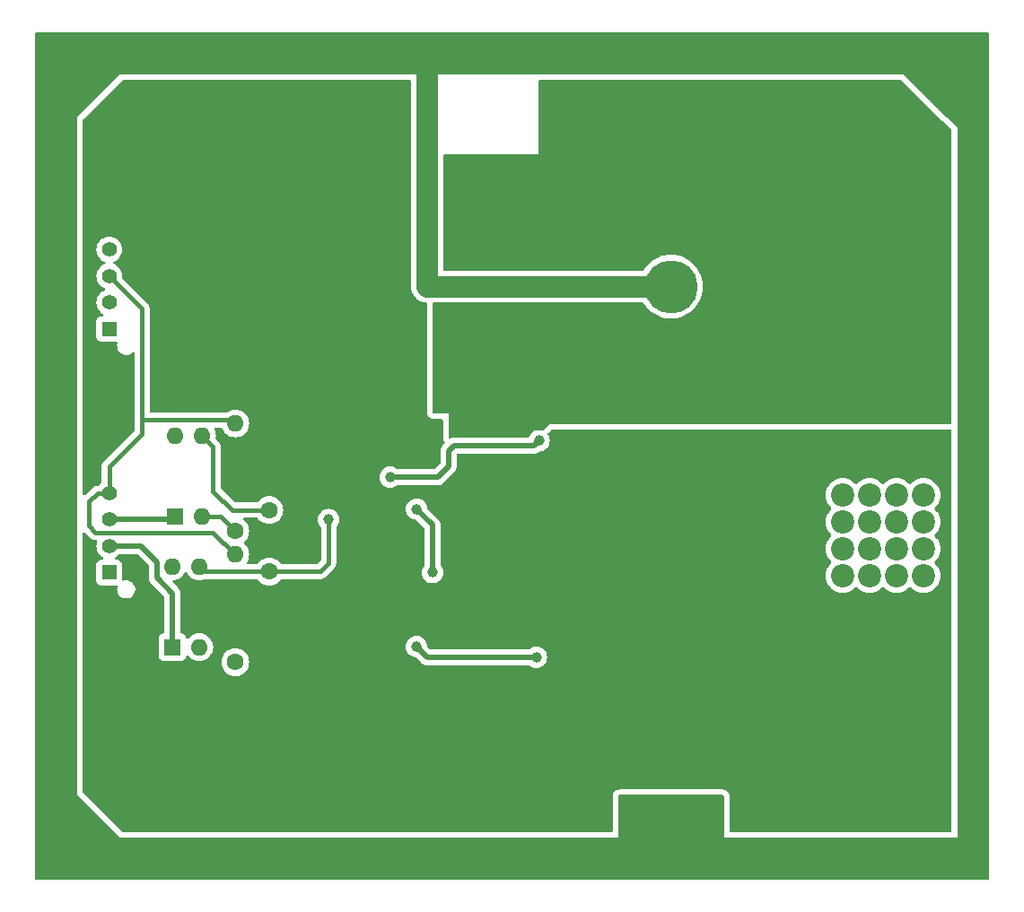
<source format=gbr>
%TF.GenerationSoftware,KiCad,Pcbnew,(7.0.0)*%
%TF.CreationDate,2023-05-02T16:40:04+03:00*%
%TF.ProjectId,MotorDriverDualHalfBridge,4d6f746f-7244-4726-9976-65724475616c,rev?*%
%TF.SameCoordinates,Original*%
%TF.FileFunction,Copper,L2,Bot*%
%TF.FilePolarity,Positive*%
%FSLAX46Y46*%
G04 Gerber Fmt 4.6, Leading zero omitted, Abs format (unit mm)*
G04 Created by KiCad (PCBNEW (7.0.0)) date 2023-05-02 16:40:04*
%MOMM*%
%LPD*%
G01*
G04 APERTURE LIST*
%TA.AperFunction,ComponentPad*%
%ADD10R,1.400000X1.400000*%
%TD*%
%TA.AperFunction,ComponentPad*%
%ADD11C,1.400000*%
%TD*%
%TA.AperFunction,ComponentPad*%
%ADD12C,5.000000*%
%TD*%
%TA.AperFunction,ComponentPad*%
%ADD13C,1.600000*%
%TD*%
%TA.AperFunction,ComponentPad*%
%ADD14O,1.600000X1.600000*%
%TD*%
%TA.AperFunction,ComponentPad*%
%ADD15R,1.600000X1.600000*%
%TD*%
%TA.AperFunction,ComponentPad*%
%ADD16C,2.200000*%
%TD*%
%TA.AperFunction,ViaPad*%
%ADD17C,1.000000*%
%TD*%
%TA.AperFunction,ViaPad*%
%ADD18C,0.800000*%
%TD*%
%TA.AperFunction,Conductor*%
%ADD19C,0.400000*%
%TD*%
%TA.AperFunction,Conductor*%
%ADD20C,0.500000*%
%TD*%
%TA.AperFunction,Conductor*%
%ADD21C,2.000000*%
%TD*%
G04 APERTURE END LIST*
D10*
%TO.P,J6,1,Pin_1*%
%TO.N,+12V*%
X128999999Y-62999999D03*
D11*
%TO.P,J6,2,Pin_2*%
X129000000Y-60500000D03*
%TO.P,J6,3,Pin_3*%
%TO.N,GND*%
X129000000Y-58000000D03*
%TO.P,J6,4,Pin_4*%
X129000000Y-55500000D03*
%TD*%
D10*
%TO.P,J7,1,Pin_1*%
%TO.N,+12V*%
X128999999Y-85999999D03*
D11*
%TO.P,J7,2,Pin_2*%
%TO.N,L_{IN}*%
X129000000Y-83500000D03*
%TO.P,J7,3,Pin_3*%
%TO.N,H_{IN}*%
X129000000Y-81000000D03*
%TO.P,J7,4,Pin_4*%
%TO.N,GND*%
X129000000Y-78500000D03*
%TD*%
D12*
%TO.P,H4,1,1*%
%TO.N,Earth_Clean*%
X182000000Y-111000000D03*
%TD*%
D13*
%TO.P,R8,1*%
%TO.N,Net-(R8-Pad1)*%
X140900000Y-94460000D03*
D14*
%TO.P,R8,2*%
%TO.N,GND*%
X140899999Y-84299999D03*
%TD*%
D15*
%TO.P,U3,1*%
%TO.N,L_{IN}*%
X134959999Y-93039999D03*
D14*
%TO.P,U3,2*%
%TO.N,Net-(R8-Pad1)*%
X137499999Y-93039999D03*
%TO.P,U3,3*%
%TO.N,L_{IN}_{_ISO}*%
X137499999Y-85419999D03*
%TO.P,U3,4*%
%TO.N,+BATT*%
X134959999Y-85419999D03*
%TD*%
D16*
%TO.P,J1,1,Pin_1*%
%TO.N,/LOAD*%
X198200000Y-86300000D03*
%TO.P,J1,2*%
X200740000Y-86300000D03*
%TO.P,J1,3*%
X203280000Y-86300000D03*
%TO.P,J1,4*%
X205820000Y-86300000D03*
%TO.P,J1,5*%
X198200000Y-83760000D03*
%TO.P,J1,6,e*%
X200740000Y-83760000D03*
%TO.P,J1,7*%
X203280000Y-83760000D03*
%TO.P,J1,8*%
X205820000Y-83760000D03*
%TO.P,J1,9*%
X198200000Y-81220000D03*
%TO.P,J1,10,e*%
X200740000Y-81220000D03*
%TO.P,J1,11,11*%
X203280000Y-81220000D03*
%TO.P,J1,12*%
X205820000Y-81220000D03*
%TO.P,J1,13*%
X198200000Y-78680000D03*
%TO.P,J1,14,e*%
X200740000Y-78680000D03*
%TO.P,J1,15,Pin_1*%
X203280000Y-78680000D03*
%TO.P,J1,16,Pin_1*%
X205820000Y-78680000D03*
%TD*%
D13*
%TO.P,R6,1*%
%TO.N,H_{IN}_{_ISO}*%
X144100000Y-80100000D03*
D14*
%TO.P,R6,2*%
%TO.N,GNDPWR*%
X144099999Y-69939999D03*
%TD*%
D16*
%TO.P,J4,1,Pin_1*%
%TO.N,+BATT*%
X182200000Y-50300000D03*
%TO.P,J4,2*%
X184740000Y-50300000D03*
%TO.P,J4,3*%
X187280000Y-50300000D03*
%TO.P,J4,4*%
X189820000Y-50300000D03*
%TO.P,J4,5*%
X182200000Y-47760000D03*
%TO.P,J4,6,e*%
X184740000Y-47760000D03*
%TO.P,J4,7*%
X187280000Y-47760000D03*
%TO.P,J4,8*%
X189820000Y-47760000D03*
%TO.P,J4,9*%
X182200000Y-45220000D03*
%TO.P,J4,10,e*%
X184740000Y-45220000D03*
%TO.P,J4,11,11*%
X187280000Y-45220000D03*
%TO.P,J4,12*%
X189820000Y-45220000D03*
%TO.P,J4,13*%
X182200000Y-42680000D03*
%TO.P,J4,14,e*%
X184740000Y-42680000D03*
%TO.P,J4,15,Pin_1*%
X187280000Y-42680000D03*
%TO.P,J4,16,Pin_1*%
X189820000Y-42680000D03*
%TD*%
%TO.P,J5,1,Pin_1*%
%TO.N,GNDPWR*%
X142200000Y-50300000D03*
%TO.P,J5,2*%
X144740000Y-50300000D03*
%TO.P,J5,3*%
X147280000Y-50300000D03*
%TO.P,J5,4*%
X149820000Y-50300000D03*
%TO.P,J5,5*%
X142200000Y-47760000D03*
%TO.P,J5,6,e*%
X144740000Y-47760000D03*
%TO.P,J5,7*%
X147280000Y-47760000D03*
%TO.P,J5,8*%
X149820000Y-47760000D03*
%TO.P,J5,9*%
X142200000Y-45220000D03*
%TO.P,J5,10,e*%
X144740000Y-45220000D03*
%TO.P,J5,11,11*%
X147280000Y-45220000D03*
%TO.P,J5,12*%
X149820000Y-45220000D03*
%TO.P,J5,13*%
X142200000Y-42680000D03*
%TO.P,J5,14,e*%
X144740000Y-42680000D03*
%TO.P,J5,15,Pin_1*%
X147280000Y-42680000D03*
%TO.P,J5,16,Pin_1*%
X149820000Y-42680000D03*
%TD*%
%TO.P,J3,1,Pin_1*%
%TO.N,+BATT*%
X198200000Y-66300000D03*
%TO.P,J3,2*%
X200740000Y-66300000D03*
%TO.P,J3,3*%
X203280000Y-66300000D03*
%TO.P,J3,4*%
X205820000Y-66300000D03*
%TO.P,J3,5*%
X198200000Y-63760000D03*
%TO.P,J3,6,e*%
X200740000Y-63760000D03*
%TO.P,J3,7*%
X203280000Y-63760000D03*
%TO.P,J3,8*%
X205820000Y-63760000D03*
%TO.P,J3,9*%
X198200000Y-61220000D03*
%TO.P,J3,10,e*%
X200740000Y-61220000D03*
%TO.P,J3,11,11*%
X203280000Y-61220000D03*
%TO.P,J3,12*%
X205820000Y-61220000D03*
%TO.P,J3,13*%
X198200000Y-58680000D03*
%TO.P,J3,14,e*%
X200740000Y-58680000D03*
%TO.P,J3,15,Pin_1*%
X203280000Y-58680000D03*
%TO.P,J3,16,Pin_1*%
X205820000Y-58680000D03*
%TD*%
D12*
%TO.P,H3,1,1*%
%TO.N,Earth_Clean*%
X126000000Y-111000000D03*
%TD*%
%TO.P,H1,1,1*%
%TO.N,Earth_Clean*%
X126000000Y-39000000D03*
%TD*%
D13*
%TO.P,R7,1*%
%TO.N,Net-(R7-Pad1)*%
X140900000Y-82080000D03*
D14*
%TO.P,R7,2*%
%TO.N,GND*%
X140899999Y-71919999D03*
%TD*%
D13*
%TO.P,R9,1*%
%TO.N,L_{IN}_{_ISO}*%
X144100000Y-85900000D03*
D14*
%TO.P,R9,2*%
%TO.N,GNDPWR*%
X144099999Y-96059999D03*
%TD*%
D16*
%TO.P,J2,1,Pin_1*%
%TO.N,GNDPWR*%
X198200000Y-106300000D03*
%TO.P,J2,2*%
X200740000Y-106300000D03*
%TO.P,J2,3*%
X203280000Y-106300000D03*
%TO.P,J2,4*%
X205820000Y-106300000D03*
%TO.P,J2,5*%
X198200000Y-103760000D03*
%TO.P,J2,6,e*%
X200740000Y-103760000D03*
%TO.P,J2,7*%
X203280000Y-103760000D03*
%TO.P,J2,8*%
X205820000Y-103760000D03*
%TO.P,J2,9*%
X198200000Y-101220000D03*
%TO.P,J2,10,e*%
X200740000Y-101220000D03*
%TO.P,J2,11,11*%
X203280000Y-101220000D03*
%TO.P,J2,12*%
X205820000Y-101220000D03*
%TO.P,J2,13*%
X198200000Y-98680000D03*
%TO.P,J2,14,e*%
X200740000Y-98680000D03*
%TO.P,J2,15,Pin_1*%
X203280000Y-98680000D03*
%TO.P,J2,16,Pin_1*%
X205820000Y-98680000D03*
%TD*%
D12*
%TO.P,H2,1,1*%
%TO.N,Earth_Clean*%
X208000000Y-39000000D03*
%TD*%
%TO.P,H5,1,1*%
%TO.N,Earth_Clean*%
X182000000Y-59000000D03*
%TD*%
D15*
%TO.P,U2,1*%
%TO.N,H_{IN}*%
X135224999Y-80719999D03*
D14*
%TO.P,U2,2*%
%TO.N,Net-(R7-Pad1)*%
X137764999Y-80719999D03*
%TO.P,U2,3*%
%TO.N,H_{IN}_{_ISO}*%
X137764999Y-73099999D03*
%TO.P,U2,4*%
%TO.N,+BATT*%
X135224999Y-73099999D03*
%TD*%
D17*
%TO.N,GNDPWR*%
X203066526Y-94950000D03*
X128066526Y-49950000D03*
X148066526Y-104950000D03*
X133066526Y-49950000D03*
X138066526Y-69950000D03*
X133066526Y-109950000D03*
X138066526Y-99950000D03*
X153066526Y-94950000D03*
X163066526Y-109950000D03*
X143066526Y-104950000D03*
X153066526Y-69950000D03*
X163066526Y-104950000D03*
X138066526Y-94950000D03*
X198066526Y-109950000D03*
X163066526Y-99950000D03*
X183066526Y-99950000D03*
X128066526Y-89950000D03*
X153066526Y-59950000D03*
X143066526Y-109950000D03*
X178066526Y-104950000D03*
X153066526Y-104950000D03*
X138066526Y-44950000D03*
X148066526Y-64950000D03*
X153066526Y-54950000D03*
X153066526Y-99950000D03*
X188066526Y-104950000D03*
X143066526Y-99950000D03*
X148066526Y-89950000D03*
X158066526Y-109950000D03*
X153066526Y-44950000D03*
X158066526Y-99950000D03*
X148066526Y-109950000D03*
X198066526Y-94950000D03*
X153066526Y-89950000D03*
X148066526Y-99950000D03*
X128066526Y-99950000D03*
X133066526Y-89950000D03*
X158066526Y-104950000D03*
X168066526Y-99950000D03*
X153066526Y-64950000D03*
X138066526Y-49950000D03*
X183066526Y-104950000D03*
X143066526Y-89950000D03*
X178066526Y-94950000D03*
X188066526Y-99950000D03*
X193066526Y-109950000D03*
X133066526Y-99950000D03*
X133066526Y-44950000D03*
X128066526Y-94950000D03*
X128066526Y-104950000D03*
X148066526Y-94950000D03*
X168066526Y-109950000D03*
X133066526Y-94950000D03*
X138066526Y-89950000D03*
X188066526Y-94950000D03*
X138066526Y-104950000D03*
X193066526Y-104950000D03*
X133066526Y-104950000D03*
X173066526Y-109950000D03*
X188066526Y-109950000D03*
X153066526Y-49950000D03*
X148066526Y-59950000D03*
X158066526Y-64950000D03*
X148066526Y-54950000D03*
X138066526Y-109950000D03*
X168066526Y-104950000D03*
X193066526Y-99950000D03*
X153066526Y-109950000D03*
X128066526Y-44950000D03*
X178066526Y-99950000D03*
X203066526Y-109950000D03*
X148066526Y-69950000D03*
X173066526Y-104950000D03*
%TO.N,Net-(U1-V_{B})*%
X158000000Y-80000000D03*
X159500000Y-86000000D03*
%TO.N,Net-(U1-HO)*%
X155500000Y-77000000D03*
X169557983Y-73554891D03*
%TO.N,Net-(U1-LO)*%
X158000000Y-93000000D03*
X169300000Y-94000000D03*
%TO.N,L_{IN}_{_ISO}*%
X149700000Y-81000000D03*
D18*
%TO.N,Earth_Clean*%
X123000000Y-88500000D03*
X123000000Y-77000000D03*
X123000000Y-65500000D03*
X210500000Y-106000000D03*
X210500000Y-100000000D03*
X124500000Y-65500000D03*
X210500000Y-65000000D03*
X210500000Y-58500000D03*
X124500000Y-52500000D03*
X123000000Y-52500000D03*
X124500000Y-88500000D03*
X210500000Y-84500000D03*
X210500000Y-84500000D03*
X210500000Y-80500000D03*
X124500000Y-77000000D03*
X123000000Y-52500000D03*
%TD*%
D19*
%TO.N,GND*%
X129000000Y-78500000D02*
X129000000Y-76000000D01*
X127900000Y-78500000D02*
X129000000Y-78500000D01*
X129000000Y-76000000D02*
X132100000Y-72900000D01*
X127100000Y-81600000D02*
X127100000Y-79300000D01*
X132100000Y-61100000D02*
X129000000Y-58000000D01*
X140580000Y-71600000D02*
X132200000Y-71600000D01*
X132100000Y-72900000D02*
X132100000Y-71500000D01*
X140900000Y-84300000D02*
X138800000Y-82200000D01*
X127100000Y-79300000D02*
X127900000Y-78500000D01*
X138800000Y-82200000D02*
X127700000Y-82200000D01*
X140900000Y-71920000D02*
X140580000Y-71600000D01*
X140900000Y-71920000D02*
X140480000Y-71500000D01*
X127700000Y-82200000D02*
X127100000Y-81600000D01*
X132200000Y-71600000D02*
X132100000Y-71500000D01*
X132100000Y-71500000D02*
X132100000Y-61100000D01*
D20*
%TO.N,Net-(U1-V_{B})*%
X159500000Y-81500000D02*
X159500000Y-86000000D01*
X158000000Y-80000000D02*
X159500000Y-81500000D01*
%TO.N,H_{IN}*%
X129000000Y-81000000D02*
X134945000Y-81000000D01*
X134945000Y-81000000D02*
X135225000Y-80720000D01*
%TO.N,L_{IN}*%
X133500000Y-86500000D02*
X133500000Y-85000000D01*
X134960000Y-93040000D02*
X134960000Y-87960000D01*
X133500000Y-85000000D02*
X132000000Y-83500000D01*
X132000000Y-83500000D02*
X129000000Y-83500000D01*
X134960000Y-87960000D02*
X133500000Y-86500000D01*
%TO.N,Net-(U1-HO)*%
X161000000Y-76000000D02*
X160000000Y-77000000D01*
X169112874Y-74000000D02*
X161500000Y-74000000D01*
X161000000Y-74500000D02*
X161000000Y-76000000D01*
X161500000Y-74000000D02*
X161000000Y-74500000D01*
X160000000Y-77000000D02*
X155500000Y-77000000D01*
X169557983Y-73554891D02*
X169112874Y-74000000D01*
%TO.N,Net-(U1-LO)*%
X169300000Y-94000000D02*
X159000000Y-94000000D01*
X159000000Y-94000000D02*
X158000000Y-93000000D01*
D19*
%TO.N,Net-(R7-Pad1)*%
X140900000Y-82080000D02*
X139540000Y-80720000D01*
X139540000Y-80720000D02*
X137765000Y-80720000D01*
%TO.N,H_{IN}_{_ISO}*%
X137765000Y-73100000D02*
X138800000Y-74135000D01*
X140600000Y-80100000D02*
X144100000Y-80100000D01*
X138800000Y-78300000D02*
X140600000Y-80100000D01*
X138800000Y-74135000D02*
X138800000Y-78300000D01*
%TO.N,L_{IN}_{_ISO}*%
X144100000Y-85900000D02*
X148900000Y-85900000D01*
X137980000Y-85900000D02*
X144100000Y-85900000D01*
X137500000Y-85420000D02*
X137980000Y-85900000D01*
X148900000Y-85900000D02*
X149700000Y-85100000D01*
X149700000Y-85100000D02*
X149700000Y-81000000D01*
D21*
%TO.N,Earth_Clean*%
X159000000Y-59000000D02*
X159000000Y-37000000D01*
X128000000Y-37000000D02*
X126000000Y-39000000D01*
X182000000Y-59000000D02*
X159000000Y-59000000D01*
X159000000Y-37000000D02*
X128000000Y-37000000D01*
%TD*%
%TA.AperFunction,Conductor*%
%TO.N,GNDPWR*%
G36*
X157429500Y-39530113D02*
G01*
X157474887Y-39575500D01*
X157491500Y-39637500D01*
X157491500Y-58967108D01*
X157491399Y-58972101D01*
X157488020Y-59055936D01*
X157488020Y-59055943D01*
X157487819Y-59060939D01*
X157488421Y-59065904D01*
X157488422Y-59065908D01*
X157498533Y-59149188D01*
X157499035Y-59154153D01*
X157502308Y-59194686D01*
X157506190Y-59242768D01*
X157507385Y-59247616D01*
X157511702Y-59265131D01*
X157514401Y-59279859D01*
X157516575Y-59297768D01*
X157516576Y-59297776D01*
X157517177Y-59302720D01*
X157518560Y-59307498D01*
X157518564Y-59307513D01*
X157541906Y-59388101D01*
X157543197Y-59392921D01*
X157563278Y-59474387D01*
X157563281Y-59474396D01*
X157564477Y-59479248D01*
X157566437Y-59483848D01*
X157573504Y-59500436D01*
X157578529Y-59514536D01*
X157583547Y-59531859D01*
X157583550Y-59531867D01*
X157584939Y-59536662D01*
X157587078Y-59541170D01*
X157587080Y-59541175D01*
X157623045Y-59616971D01*
X157625094Y-59621523D01*
X157657987Y-59698723D01*
X157659944Y-59703316D01*
X157662609Y-59707531D01*
X157662612Y-59707536D01*
X157672254Y-59722784D01*
X157679474Y-59735892D01*
X157687206Y-59752187D01*
X157687209Y-59752192D01*
X157689350Y-59756704D01*
X157692187Y-59760815D01*
X157692190Y-59760819D01*
X157739845Y-59829858D01*
X157742599Y-59834024D01*
X157780172Y-59893442D01*
X157790117Y-59909168D01*
X157805395Y-59926413D01*
X157814620Y-59938189D01*
X157827707Y-59957148D01*
X157831161Y-59960744D01*
X157831166Y-59960750D01*
X157864689Y-59995650D01*
X157889287Y-60021259D01*
X157892661Y-60024917D01*
X157948306Y-60087729D01*
X157948314Y-60087737D01*
X157951625Y-60091474D01*
X157955499Y-60094637D01*
X157969473Y-60106047D01*
X157980471Y-60116192D01*
X157996425Y-60132802D01*
X158000421Y-60135805D01*
X158000427Y-60135810D01*
X158067489Y-60186203D01*
X158071387Y-60189256D01*
X158140286Y-60245510D01*
X158144615Y-60248009D01*
X158144616Y-60248010D01*
X158160230Y-60257025D01*
X158172725Y-60265283D01*
X158187138Y-60276114D01*
X158187142Y-60276116D01*
X158191135Y-60279117D01*
X158195553Y-60281435D01*
X158195555Y-60281437D01*
X158269858Y-60320434D01*
X158274232Y-60322844D01*
X158351213Y-60367289D01*
X158372753Y-60375457D01*
X158386406Y-60381602D01*
X158406795Y-60392304D01*
X158491157Y-60420468D01*
X158495750Y-60422105D01*
X158578943Y-60453656D01*
X158601519Y-60458264D01*
X158615978Y-60462139D01*
X158623633Y-60464695D01*
X158633082Y-60467850D01*
X158633084Y-60467850D01*
X158637818Y-60469431D01*
X158642744Y-60470231D01*
X158642746Y-60470232D01*
X158658289Y-60472757D01*
X158725572Y-60483692D01*
X158730412Y-60484578D01*
X158817579Y-60502374D01*
X158840598Y-60503301D01*
X158855497Y-60504806D01*
X158878221Y-60508500D01*
X158878222Y-60508500D01*
X158878046Y-60509580D01*
X158932480Y-60528815D01*
X158974045Y-60576904D01*
X158984988Y-60632500D01*
X158986500Y-60632500D01*
X158986500Y-70876000D01*
X158987028Y-70880016D01*
X158987029Y-70880020D01*
X158991981Y-70917633D01*
X159003997Y-71008905D01*
X159005043Y-71012810D01*
X159005046Y-71012823D01*
X159019558Y-71066980D01*
X159020610Y-71070905D01*
X159022163Y-71074654D01*
X159022165Y-71074660D01*
X159068798Y-71187241D01*
X159071909Y-71194751D01*
X159076855Y-71201196D01*
X159076857Y-71201200D01*
X159121066Y-71258813D01*
X159153514Y-71301099D01*
X159198901Y-71346486D01*
X159305249Y-71428091D01*
X159429095Y-71479390D01*
X159491095Y-71496003D01*
X159624000Y-71513500D01*
X160362500Y-71513500D01*
X160424500Y-71530113D01*
X160469887Y-71575500D01*
X160486500Y-71637500D01*
X160486500Y-73196828D01*
X160486984Y-73200669D01*
X160486985Y-73200678D01*
X160502091Y-73320465D01*
X160502577Y-73324315D01*
X160503540Y-73328072D01*
X160515124Y-73373273D01*
X160517863Y-73383957D01*
X160519288Y-73387563D01*
X160519289Y-73387566D01*
X160562224Y-73496215D01*
X160562225Y-73496218D01*
X160565086Y-73503456D01*
X160640497Y-73607490D01*
X160645194Y-73612505D01*
X160675135Y-73667796D01*
X160674105Y-73730666D01*
X160642369Y-73784948D01*
X160509123Y-73918194D01*
X160495495Y-73929972D01*
X160481735Y-73940216D01*
X160481724Y-73940225D01*
X160475942Y-73944531D01*
X160471307Y-73950053D01*
X160471298Y-73950063D01*
X160443715Y-73982935D01*
X160436419Y-73990898D01*
X160434975Y-73992341D01*
X160434953Y-73992365D01*
X160432420Y-73994899D01*
X160430194Y-73997713D01*
X160430186Y-73997723D01*
X160412982Y-74019480D01*
X160410710Y-74022268D01*
X160366608Y-74074828D01*
X160366601Y-74074837D01*
X160361968Y-74080360D01*
X160358732Y-74086801D01*
X160356664Y-74089946D01*
X160356568Y-74090078D01*
X160356481Y-74090235D01*
X160354508Y-74093432D01*
X160350033Y-74099094D01*
X160346982Y-74105635D01*
X160346981Y-74105638D01*
X160317982Y-74167825D01*
X160316427Y-74171037D01*
X160282391Y-74238812D01*
X160280727Y-74245828D01*
X160279446Y-74249350D01*
X160279376Y-74249518D01*
X160279328Y-74249689D01*
X160278147Y-74253252D01*
X160275097Y-74259794D01*
X160273638Y-74266857D01*
X160273636Y-74266865D01*
X160259759Y-74334072D01*
X160258979Y-74337592D01*
X160248899Y-74380126D01*
X160241500Y-74411344D01*
X160241500Y-74418557D01*
X160241067Y-74422261D01*
X160241036Y-74422453D01*
X160241028Y-74422638D01*
X160240701Y-74426370D01*
X160239241Y-74433442D01*
X160239450Y-74440649D01*
X160239450Y-74440658D01*
X160241448Y-74509293D01*
X160241500Y-74512899D01*
X160241500Y-75634457D01*
X160232061Y-75681910D01*
X160205181Y-75722138D01*
X159722138Y-76205181D01*
X159681910Y-76232061D01*
X159634457Y-76241500D01*
X156209842Y-76241500D01*
X156168068Y-76234251D01*
X156131177Y-76213353D01*
X156067716Y-76161272D01*
X156067715Y-76161271D01*
X156063004Y-76157405D01*
X156036781Y-76143388D01*
X155893176Y-76066630D01*
X155893172Y-76066628D01*
X155887804Y-76063759D01*
X155873240Y-76059341D01*
X155703531Y-76007860D01*
X155703526Y-76007859D01*
X155697701Y-76006092D01*
X155691642Y-76005495D01*
X155691636Y-76005494D01*
X155506061Y-75987217D01*
X155500000Y-75986620D01*
X155493939Y-75987217D01*
X155308363Y-76005494D01*
X155308355Y-76005495D01*
X155302299Y-76006092D01*
X155296475Y-76007858D01*
X155296468Y-76007860D01*
X155118023Y-76061991D01*
X155118019Y-76061992D01*
X155112196Y-76063759D01*
X155106830Y-76066626D01*
X155106823Y-76066630D01*
X154942372Y-76154531D01*
X154942368Y-76154533D01*
X154936996Y-76157405D01*
X154932288Y-76161268D01*
X154932283Y-76161272D01*
X154788138Y-76279569D01*
X154788133Y-76279573D01*
X154783432Y-76283432D01*
X154779573Y-76288133D01*
X154779569Y-76288138D01*
X154661272Y-76432283D01*
X154661268Y-76432288D01*
X154657405Y-76436996D01*
X154654533Y-76442368D01*
X154654531Y-76442372D01*
X154566630Y-76606823D01*
X154566626Y-76606830D01*
X154563759Y-76612196D01*
X154561992Y-76618019D01*
X154561991Y-76618023D01*
X154507860Y-76796468D01*
X154507858Y-76796475D01*
X154506092Y-76802299D01*
X154505495Y-76808355D01*
X154505494Y-76808363D01*
X154488127Y-76984695D01*
X154486620Y-77000000D01*
X154487217Y-77006061D01*
X154505494Y-77191636D01*
X154505495Y-77191642D01*
X154506092Y-77197701D01*
X154507859Y-77203526D01*
X154507860Y-77203531D01*
X154519080Y-77240518D01*
X154563759Y-77387804D01*
X154657405Y-77563004D01*
X154661271Y-77567715D01*
X154661272Y-77567716D01*
X154761841Y-77690260D01*
X154783432Y-77716568D01*
X154936996Y-77842595D01*
X155112196Y-77936241D01*
X155302299Y-77993908D01*
X155500000Y-78013380D01*
X155697701Y-77993908D01*
X155887804Y-77936241D01*
X156063004Y-77842595D01*
X156131176Y-77786647D01*
X156168068Y-77765749D01*
X156209842Y-77758500D01*
X159935705Y-77758500D01*
X159953677Y-77759809D01*
X159977789Y-77763341D01*
X160027727Y-77758971D01*
X160038533Y-77758500D01*
X160040571Y-77758500D01*
X160044180Y-77758500D01*
X160075370Y-77754853D01*
X160078851Y-77754498D01*
X160154426Y-77747887D01*
X160161290Y-77745612D01*
X160164924Y-77744862D01*
X160165119Y-77744830D01*
X160165308Y-77744777D01*
X160168930Y-77743918D01*
X160176113Y-77743079D01*
X160247393Y-77717134D01*
X160250709Y-77715981D01*
X160322738Y-77692114D01*
X160328886Y-77688320D01*
X160332251Y-77686752D01*
X160332438Y-77686674D01*
X160332618Y-77686574D01*
X160335934Y-77684908D01*
X160342732Y-77682435D01*
X160406103Y-77640753D01*
X160409110Y-77638837D01*
X160473651Y-77599030D01*
X160478763Y-77593916D01*
X160481672Y-77591617D01*
X160481843Y-77591493D01*
X160481990Y-77591359D01*
X160484832Y-77588974D01*
X160490874Y-77585001D01*
X160542963Y-77529788D01*
X160545408Y-77527271D01*
X161490880Y-76581799D01*
X161504506Y-76570023D01*
X161524058Y-76555469D01*
X161556278Y-76517068D01*
X161563594Y-76509087D01*
X161564209Y-76508471D01*
X161567581Y-76505100D01*
X161587047Y-76480479D01*
X161589295Y-76477721D01*
X161623468Y-76436996D01*
X161638032Y-76419640D01*
X161641277Y-76413177D01*
X161643315Y-76410079D01*
X161643435Y-76409912D01*
X161643531Y-76409741D01*
X161645484Y-76406573D01*
X161649967Y-76400905D01*
X161682034Y-76332135D01*
X161683549Y-76329004D01*
X161717609Y-76261188D01*
X161719275Y-76254154D01*
X161720541Y-76250677D01*
X161720622Y-76250480D01*
X161720677Y-76250288D01*
X161721845Y-76246760D01*
X161724903Y-76240206D01*
X161740244Y-76165905D01*
X161741021Y-76162401D01*
X161742205Y-76157405D01*
X161758500Y-76088656D01*
X161758500Y-76081434D01*
X161758932Y-76077740D01*
X161758964Y-76077540D01*
X161758972Y-76077362D01*
X161759298Y-76073631D01*
X161760759Y-76066558D01*
X161758552Y-75990707D01*
X161758500Y-75987101D01*
X161758500Y-74882500D01*
X161775113Y-74820500D01*
X161820500Y-74775113D01*
X161882500Y-74758500D01*
X169048579Y-74758500D01*
X169066551Y-74759809D01*
X169090663Y-74763341D01*
X169140601Y-74758971D01*
X169151407Y-74758500D01*
X169153445Y-74758500D01*
X169157054Y-74758500D01*
X169188244Y-74754853D01*
X169191725Y-74754498D01*
X169267300Y-74747887D01*
X169274164Y-74745612D01*
X169277798Y-74744862D01*
X169277993Y-74744830D01*
X169278182Y-74744777D01*
X169281804Y-74743918D01*
X169288987Y-74743079D01*
X169360267Y-74717134D01*
X169363583Y-74715981D01*
X169435612Y-74692114D01*
X169441760Y-74688320D01*
X169445125Y-74686752D01*
X169445312Y-74686674D01*
X169445492Y-74686574D01*
X169448808Y-74684908D01*
X169455606Y-74682435D01*
X169518977Y-74640753D01*
X169521984Y-74638837D01*
X169586525Y-74599030D01*
X169591637Y-74593916D01*
X169594546Y-74591617D01*
X169594714Y-74591495D01*
X169594860Y-74591362D01*
X169597703Y-74588975D01*
X169603748Y-74585001D01*
X169605077Y-74583591D01*
X169633194Y-74566426D01*
X169669113Y-74557324D01*
X169755684Y-74548799D01*
X169945787Y-74491132D01*
X170120987Y-74397486D01*
X170274551Y-74271459D01*
X170400578Y-74117895D01*
X170494224Y-73942695D01*
X170551891Y-73752592D01*
X170571363Y-73554891D01*
X170551891Y-73357190D01*
X170494224Y-73167087D01*
X170400578Y-72991887D01*
X170396710Y-72987174D01*
X170393328Y-72982112D01*
X170394149Y-72981563D01*
X170371165Y-72932970D01*
X170374121Y-72872782D01*
X170405098Y-72821097D01*
X170676381Y-72549816D01*
X170716607Y-72522939D01*
X170764060Y-72513500D01*
X208362500Y-72513500D01*
X208424500Y-72530113D01*
X208469887Y-72575500D01*
X208486500Y-72637500D01*
X208486500Y-110362500D01*
X208469887Y-110424500D01*
X208424500Y-110469887D01*
X208362500Y-110486500D01*
X187637500Y-110486500D01*
X187575500Y-110469887D01*
X187530113Y-110424500D01*
X187513500Y-110362500D01*
X187513500Y-107128053D01*
X187513500Y-107124000D01*
X187496003Y-106991095D01*
X187479390Y-106929095D01*
X187428091Y-106805249D01*
X187346486Y-106698901D01*
X187301099Y-106653514D01*
X187291448Y-106646108D01*
X187201200Y-106576857D01*
X187201196Y-106576855D01*
X187194751Y-106571909D01*
X187187242Y-106568798D01*
X187187241Y-106568798D01*
X187074660Y-106522165D01*
X187074654Y-106522163D01*
X187070905Y-106520610D01*
X187066984Y-106519559D01*
X187066980Y-106519558D01*
X187012823Y-106505046D01*
X187012810Y-106505043D01*
X187008905Y-106503997D01*
X186993025Y-106501906D01*
X186880020Y-106487029D01*
X186880016Y-106487028D01*
X186876000Y-106486500D01*
X177124000Y-106486500D01*
X177119984Y-106487028D01*
X177119979Y-106487029D01*
X176995120Y-106503467D01*
X176995118Y-106503467D01*
X176991095Y-106503997D01*
X176987191Y-106505042D01*
X176987176Y-106505046D01*
X176933019Y-106519558D01*
X176933011Y-106519560D01*
X176929095Y-106520610D01*
X176925349Y-106522161D01*
X176925339Y-106522165D01*
X176812758Y-106568798D01*
X176812754Y-106568800D01*
X176805249Y-106571909D01*
X176798806Y-106576852D01*
X176798799Y-106576857D01*
X176702132Y-106651034D01*
X176702125Y-106651039D01*
X176698901Y-106653514D01*
X176696028Y-106656386D01*
X176696020Y-106656394D01*
X176656394Y-106696020D01*
X176656386Y-106696028D01*
X176653514Y-106698901D01*
X176651039Y-106702125D01*
X176651034Y-106702132D01*
X176576857Y-106798799D01*
X176576852Y-106798806D01*
X176571909Y-106805249D01*
X176568800Y-106812754D01*
X176568798Y-106812758D01*
X176522165Y-106925339D01*
X176522161Y-106925349D01*
X176520610Y-106929095D01*
X176519560Y-106933011D01*
X176519558Y-106933019D01*
X176505046Y-106987176D01*
X176505042Y-106987191D01*
X176503997Y-106991095D01*
X176486500Y-107124000D01*
X176486500Y-107128053D01*
X176486500Y-110362500D01*
X176469887Y-110424500D01*
X176424500Y-110469887D01*
X176362500Y-110486500D01*
X130264060Y-110486500D01*
X130216607Y-110477061D01*
X130176379Y-110450181D01*
X126549819Y-106823621D01*
X126522939Y-106783393D01*
X126513500Y-106735940D01*
X126513500Y-94460000D01*
X139586502Y-94460000D01*
X139586974Y-94465395D01*
X139605984Y-94682688D01*
X139605985Y-94682695D01*
X139606457Y-94688087D01*
X139607856Y-94693308D01*
X139607858Y-94693319D01*
X139664316Y-94904021D01*
X139664318Y-94904028D01*
X139665716Y-94909243D01*
X139668000Y-94914143D01*
X139668002Y-94914146D01*
X139760185Y-95111834D01*
X139762477Y-95116749D01*
X139765584Y-95121186D01*
X139890696Y-95299865D01*
X139890699Y-95299869D01*
X139893802Y-95304300D01*
X140055700Y-95466198D01*
X140243251Y-95597523D01*
X140450757Y-95694284D01*
X140455977Y-95695682D01*
X140455978Y-95695683D01*
X140666680Y-95752141D01*
X140666682Y-95752141D01*
X140671913Y-95753543D01*
X140900000Y-95773498D01*
X141128087Y-95753543D01*
X141349243Y-95694284D01*
X141556749Y-95597523D01*
X141744300Y-95466198D01*
X141906198Y-95304300D01*
X142037523Y-95116749D01*
X142134284Y-94909243D01*
X142193543Y-94688087D01*
X142213498Y-94460000D01*
X142193543Y-94231913D01*
X142152273Y-94077894D01*
X142135683Y-94015978D01*
X142135682Y-94015977D01*
X142134284Y-94010757D01*
X142037523Y-93803251D01*
X141906198Y-93615700D01*
X141744300Y-93453802D01*
X141739869Y-93450699D01*
X141739865Y-93450696D01*
X141561186Y-93325584D01*
X141561187Y-93325584D01*
X141556749Y-93322477D01*
X141551834Y-93320185D01*
X141354146Y-93228002D01*
X141354143Y-93228000D01*
X141349243Y-93225716D01*
X141344028Y-93224318D01*
X141344021Y-93224316D01*
X141133319Y-93167858D01*
X141133308Y-93167856D01*
X141128087Y-93166457D01*
X141122695Y-93165985D01*
X141122688Y-93165984D01*
X140905395Y-93146974D01*
X140900000Y-93146502D01*
X140894605Y-93146974D01*
X140677311Y-93165984D01*
X140677302Y-93165985D01*
X140671913Y-93166457D01*
X140666692Y-93167855D01*
X140666680Y-93167858D01*
X140455978Y-93224316D01*
X140455967Y-93224319D01*
X140450757Y-93225716D01*
X140445860Y-93227999D01*
X140445853Y-93228002D01*
X140248165Y-93320185D01*
X140248159Y-93320188D01*
X140243251Y-93322477D01*
X140238817Y-93325581D01*
X140238813Y-93325584D01*
X140060134Y-93450696D01*
X140060124Y-93450703D01*
X140055700Y-93453802D01*
X140051874Y-93457627D01*
X140051868Y-93457633D01*
X139897633Y-93611868D01*
X139897627Y-93611874D01*
X139893802Y-93615700D01*
X139890703Y-93620124D01*
X139890696Y-93620134D01*
X139765584Y-93798813D01*
X139765581Y-93798817D01*
X139762477Y-93803251D01*
X139760188Y-93808159D01*
X139760185Y-93808165D01*
X139668002Y-94005853D01*
X139667999Y-94005860D01*
X139665716Y-94010757D01*
X139664319Y-94015967D01*
X139664316Y-94015978D01*
X139607858Y-94226680D01*
X139607855Y-94226692D01*
X139606457Y-94231913D01*
X139605985Y-94237302D01*
X139605984Y-94237311D01*
X139593328Y-94381976D01*
X139586502Y-94460000D01*
X126513500Y-94460000D01*
X126513500Y-82314832D01*
X126527015Y-82258537D01*
X126564615Y-82214514D01*
X126618102Y-82192359D01*
X126675818Y-82196901D01*
X126725181Y-82227151D01*
X127181223Y-82683193D01*
X127186342Y-82688630D01*
X127226727Y-82734215D01*
X127232896Y-82738473D01*
X127232897Y-82738474D01*
X127276822Y-82768793D01*
X127282851Y-82773229D01*
X127330774Y-82810775D01*
X127340239Y-82815035D01*
X127359780Y-82826055D01*
X127368325Y-82831954D01*
X127423870Y-82853019D01*
X127425233Y-82853536D01*
X127432155Y-82856403D01*
X127487671Y-82881389D01*
X127495045Y-82882740D01*
X127497877Y-82883259D01*
X127519504Y-82889288D01*
X127529199Y-82892965D01*
X127589634Y-82900302D01*
X127597025Y-82901427D01*
X127656907Y-82912401D01*
X127717664Y-82908726D01*
X127725152Y-82908500D01*
X127747748Y-82908500D01*
X127807358Y-82923768D01*
X127852289Y-82965813D01*
X127871475Y-83024280D01*
X127862135Y-83074352D01*
X127864183Y-83075098D01*
X127862331Y-83080184D01*
X127860044Y-83085090D01*
X127858644Y-83090312D01*
X127858643Y-83090317D01*
X127850641Y-83120181D01*
X127805314Y-83289345D01*
X127804842Y-83294734D01*
X127804841Y-83294743D01*
X127791095Y-83451868D01*
X127786884Y-83500000D01*
X127787356Y-83505395D01*
X127804841Y-83705256D01*
X127804842Y-83705263D01*
X127805314Y-83710655D01*
X127860044Y-83914910D01*
X127862328Y-83919809D01*
X127862331Y-83919816D01*
X127933177Y-84071744D01*
X127949411Y-84106558D01*
X128070699Y-84279776D01*
X128220224Y-84429301D01*
X128393442Y-84550589D01*
X128401428Y-84554312D01*
X128403156Y-84555119D01*
X128453551Y-84598162D01*
X128474579Y-84661012D01*
X128460234Y-84725715D01*
X128414613Y-84773789D01*
X128350749Y-84791500D01*
X128251362Y-84791500D01*
X128248082Y-84791852D01*
X128248075Y-84791853D01*
X128198505Y-84797182D01*
X128198500Y-84797182D01*
X128190799Y-84798011D01*
X128183543Y-84800717D01*
X128183536Y-84800719D01*
X128062105Y-84846011D01*
X128062099Y-84846013D01*
X128053796Y-84849111D01*
X128046698Y-84854423D01*
X128046695Y-84854426D01*
X127943835Y-84931426D01*
X127943831Y-84931429D01*
X127936739Y-84936739D01*
X127931429Y-84943831D01*
X127931426Y-84943835D01*
X127854426Y-85046695D01*
X127854423Y-85046698D01*
X127849111Y-85053796D01*
X127846013Y-85062099D01*
X127846011Y-85062105D01*
X127800719Y-85183536D01*
X127800717Y-85183543D01*
X127798011Y-85190799D01*
X127797182Y-85198500D01*
X127797182Y-85198505D01*
X127791853Y-85248075D01*
X127791500Y-85251362D01*
X127791500Y-86748638D01*
X127791852Y-86751918D01*
X127791853Y-86751924D01*
X127796171Y-86792092D01*
X127798011Y-86809201D01*
X127800717Y-86816458D01*
X127800719Y-86816463D01*
X127846011Y-86937894D01*
X127849111Y-86946204D01*
X127854425Y-86953303D01*
X127854426Y-86953304D01*
X127916825Y-87036660D01*
X127936739Y-87063261D01*
X128053796Y-87150889D01*
X128190799Y-87201989D01*
X128251362Y-87208500D01*
X128254672Y-87208500D01*
X129658457Y-87208500D01*
X129713551Y-87221412D01*
X129757172Y-87257458D01*
X129780235Y-87309132D01*
X129777948Y-87365402D01*
X129775669Y-87371125D01*
X129774580Y-87377763D01*
X129774580Y-87377766D01*
X129756779Y-87486349D01*
X129745740Y-87553683D01*
X129746103Y-87560396D01*
X129746104Y-87560396D01*
X129754265Y-87710934D01*
X129755755Y-87738407D01*
X129757552Y-87744882D01*
X129757553Y-87744883D01*
X129803446Y-87910179D01*
X129803448Y-87910186D01*
X129805246Y-87916659D01*
X129808392Y-87922594D01*
X129808395Y-87922600D01*
X129888750Y-88074164D01*
X129888753Y-88074169D01*
X129891900Y-88080104D01*
X129896248Y-88085224D01*
X129896251Y-88085227D01*
X129958465Y-88158471D01*
X130011663Y-88221100D01*
X130158936Y-88333054D01*
X130326833Y-88410732D01*
X130507503Y-88450500D01*
X130642754Y-88450500D01*
X130646113Y-88450500D01*
X130783910Y-88435514D01*
X130959221Y-88376444D01*
X131117736Y-88281070D01*
X131252041Y-88153849D01*
X131355858Y-88000730D01*
X131424331Y-87828875D01*
X131454260Y-87646317D01*
X131444245Y-87461593D01*
X131394754Y-87283341D01*
X131381032Y-87257458D01*
X131311249Y-87125835D01*
X131311247Y-87125832D01*
X131308100Y-87119896D01*
X131244857Y-87045441D01*
X131192691Y-86984026D01*
X131188337Y-86978900D01*
X131087658Y-86902366D01*
X131046417Y-86871015D01*
X131046415Y-86871014D01*
X131041064Y-86866946D01*
X130873167Y-86789268D01*
X130851178Y-86784428D01*
X130699062Y-86750945D01*
X130699061Y-86750944D01*
X130692497Y-86749500D01*
X130553887Y-86749500D01*
X130550552Y-86749862D01*
X130550546Y-86749863D01*
X130422772Y-86763759D01*
X130422769Y-86763759D01*
X130416090Y-86764486D01*
X130409726Y-86766630D01*
X130409718Y-86766632D01*
X130372093Y-86779310D01*
X130314098Y-86784428D01*
X130260159Y-86762512D01*
X130222168Y-86718395D01*
X130208500Y-86661801D01*
X130208500Y-85254672D01*
X130208500Y-85251362D01*
X130201989Y-85190799D01*
X130150889Y-85053796D01*
X130063261Y-84936739D01*
X129946204Y-84849111D01*
X129937896Y-84846012D01*
X129937894Y-84846011D01*
X129816463Y-84800719D01*
X129816458Y-84800717D01*
X129809201Y-84798011D01*
X129801497Y-84797182D01*
X129801494Y-84797182D01*
X129751924Y-84791853D01*
X129751918Y-84791852D01*
X129748638Y-84791500D01*
X129649251Y-84791500D01*
X129585387Y-84773789D01*
X129539766Y-84725715D01*
X129525421Y-84661012D01*
X129546449Y-84598162D01*
X129596844Y-84555119D01*
X129597929Y-84554612D01*
X129606558Y-84550589D01*
X129779776Y-84429301D01*
X129914258Y-84294819D01*
X129954486Y-84267939D01*
X130001939Y-84258500D01*
X131634457Y-84258500D01*
X131681910Y-84267939D01*
X131722138Y-84294819D01*
X132705181Y-85277862D01*
X132732061Y-85318090D01*
X132741500Y-85365543D01*
X132741500Y-86435705D01*
X132740191Y-86453677D01*
X132737979Y-86468781D01*
X132736659Y-86477789D01*
X132737288Y-86484980D01*
X132737288Y-86484986D01*
X132741028Y-86527725D01*
X132741500Y-86538533D01*
X132741500Y-86544180D01*
X132741916Y-86547739D01*
X132741917Y-86547756D01*
X132745139Y-86575321D01*
X132745505Y-86578905D01*
X132751484Y-86647238D01*
X132752113Y-86654426D01*
X132754381Y-86661273D01*
X132755143Y-86664962D01*
X132755168Y-86665121D01*
X132755220Y-86665302D01*
X132756081Y-86668937D01*
X132756921Y-86676113D01*
X132759391Y-86682900D01*
X132759392Y-86682903D01*
X132782854Y-86747367D01*
X132784038Y-86750771D01*
X132801615Y-86803813D01*
X132807886Y-86822738D01*
X132811675Y-86828881D01*
X132813255Y-86832269D01*
X132813328Y-86832446D01*
X132813417Y-86832605D01*
X132815095Y-86835946D01*
X132817565Y-86842732D01*
X132821532Y-86848763D01*
X132859245Y-86906103D01*
X132861178Y-86909138D01*
X132900970Y-86973651D01*
X132906080Y-86978761D01*
X132908385Y-86981676D01*
X132908502Y-86981838D01*
X132908621Y-86981968D01*
X132911027Y-86984836D01*
X132914999Y-86990874D01*
X132920254Y-86995831D01*
X132920255Y-86995833D01*
X132970173Y-87042928D01*
X132972760Y-87045441D01*
X134165181Y-88237862D01*
X134192061Y-88278090D01*
X134201500Y-88325543D01*
X134201500Y-91610425D01*
X134187032Y-91668552D01*
X134147003Y-91713115D01*
X134090756Y-91733714D01*
X134058512Y-91737180D01*
X134058498Y-91737183D01*
X134050799Y-91738011D01*
X134043543Y-91740717D01*
X134043536Y-91740719D01*
X133922105Y-91786011D01*
X133922099Y-91786013D01*
X133913796Y-91789111D01*
X133906698Y-91794423D01*
X133906695Y-91794426D01*
X133803835Y-91871426D01*
X133803831Y-91871429D01*
X133796739Y-91876739D01*
X133791429Y-91883831D01*
X133791426Y-91883835D01*
X133714426Y-91986695D01*
X133714423Y-91986698D01*
X133709111Y-91993796D01*
X133706013Y-92002099D01*
X133706011Y-92002105D01*
X133660719Y-92123536D01*
X133660717Y-92123543D01*
X133658011Y-92130799D01*
X133657182Y-92138500D01*
X133657182Y-92138505D01*
X133651853Y-92188075D01*
X133651500Y-92191362D01*
X133651500Y-93888638D01*
X133651852Y-93891918D01*
X133651853Y-93891924D01*
X133656807Y-93938008D01*
X133658011Y-93949201D01*
X133660717Y-93956458D01*
X133660719Y-93956463D01*
X133692760Y-94042366D01*
X133709111Y-94086204D01*
X133714425Y-94093303D01*
X133714426Y-94093304D01*
X133788036Y-94191636D01*
X133796739Y-94203261D01*
X133913796Y-94290889D01*
X134050799Y-94341989D01*
X134111362Y-94348500D01*
X135805328Y-94348500D01*
X135808638Y-94348500D01*
X135869201Y-94341989D01*
X136006204Y-94290889D01*
X136123261Y-94203261D01*
X136210889Y-94086204D01*
X136261989Y-93949201D01*
X136263568Y-93934505D01*
X136283948Y-93878581D01*
X136328038Y-93838596D01*
X136385681Y-93823763D01*
X136443595Y-93837498D01*
X136488437Y-93876638D01*
X136489797Y-93878581D01*
X136493802Y-93884300D01*
X136655700Y-94046198D01*
X136843251Y-94177523D01*
X137050757Y-94274284D01*
X137055977Y-94275682D01*
X137055978Y-94275683D01*
X137266680Y-94332141D01*
X137266682Y-94332141D01*
X137271913Y-94333543D01*
X137500000Y-94353498D01*
X137728087Y-94333543D01*
X137949243Y-94274284D01*
X138156749Y-94177523D01*
X138344300Y-94046198D01*
X138506198Y-93884300D01*
X138637523Y-93696749D01*
X138734284Y-93489243D01*
X138793543Y-93268087D01*
X138813498Y-93040000D01*
X138809998Y-93000000D01*
X156986620Y-93000000D01*
X156987217Y-93006061D01*
X157005494Y-93191636D01*
X157005495Y-93191642D01*
X157006092Y-93197701D01*
X157007859Y-93203526D01*
X157007860Y-93203531D01*
X157043247Y-93320185D01*
X157063759Y-93387804D01*
X157066628Y-93393172D01*
X157066630Y-93393176D01*
X157101083Y-93457633D01*
X157157405Y-93563004D01*
X157283432Y-93716568D01*
X157436996Y-93842595D01*
X157612196Y-93936241D01*
X157802299Y-93993908D01*
X157890067Y-94002552D01*
X157930929Y-94013860D01*
X157965593Y-94038274D01*
X158418195Y-94490876D01*
X158429973Y-94504503D01*
X158444531Y-94524058D01*
X158450067Y-94528703D01*
X158482932Y-94556280D01*
X158490908Y-94563589D01*
X158494900Y-94567581D01*
X158497731Y-94569819D01*
X158497735Y-94569823D01*
X158519469Y-94587008D01*
X158522267Y-94589287D01*
X158574822Y-94633386D01*
X158574827Y-94633389D01*
X158580360Y-94638032D01*
X158586818Y-94641275D01*
X158589935Y-94643325D01*
X158590087Y-94643435D01*
X158590261Y-94643532D01*
X158593424Y-94645483D01*
X158599095Y-94649967D01*
X158605644Y-94653021D01*
X158605646Y-94653022D01*
X158667830Y-94682019D01*
X158671077Y-94683591D01*
X158732348Y-94714363D01*
X158732350Y-94714363D01*
X158738812Y-94717609D01*
X158745850Y-94719276D01*
X158749322Y-94720540D01*
X158749522Y-94720623D01*
X158749702Y-94720674D01*
X158753240Y-94721846D01*
X158759794Y-94724903D01*
X158834100Y-94740245D01*
X158837572Y-94741015D01*
X158911344Y-94758500D01*
X158918576Y-94758500D01*
X158922255Y-94758930D01*
X158922468Y-94758964D01*
X158922638Y-94758972D01*
X158926369Y-94759298D01*
X158933442Y-94760759D01*
X159009292Y-94758552D01*
X159012899Y-94758500D01*
X168590158Y-94758500D01*
X168631932Y-94765749D01*
X168668823Y-94786647D01*
X168736996Y-94842595D01*
X168912196Y-94936241D01*
X169102299Y-94993908D01*
X169300000Y-95013380D01*
X169497701Y-94993908D01*
X169687804Y-94936241D01*
X169863004Y-94842595D01*
X170016568Y-94716568D01*
X170142595Y-94563004D01*
X170236241Y-94387804D01*
X170293908Y-94197701D01*
X170313380Y-94000000D01*
X170293908Y-93802299D01*
X170236241Y-93612196D01*
X170142595Y-93436996D01*
X170016568Y-93283432D01*
X169863004Y-93157405D01*
X169836781Y-93143388D01*
X169693176Y-93066630D01*
X169693172Y-93066628D01*
X169687804Y-93063759D01*
X169681976Y-93061991D01*
X169503531Y-93007860D01*
X169503526Y-93007859D01*
X169497701Y-93006092D01*
X169491642Y-93005495D01*
X169491636Y-93005494D01*
X169306061Y-92987217D01*
X169300000Y-92986620D01*
X169293939Y-92987217D01*
X169108363Y-93005494D01*
X169108355Y-93005495D01*
X169102299Y-93006092D01*
X169096475Y-93007858D01*
X169096468Y-93007860D01*
X168918023Y-93061991D01*
X168918019Y-93061992D01*
X168912196Y-93063759D01*
X168906830Y-93066626D01*
X168906823Y-93066630D01*
X168742372Y-93154531D01*
X168742368Y-93154533D01*
X168736996Y-93157405D01*
X168732288Y-93161268D01*
X168732283Y-93161272D01*
X168668823Y-93213353D01*
X168631932Y-93234251D01*
X168590158Y-93241500D01*
X159365543Y-93241500D01*
X159318090Y-93232061D01*
X159277862Y-93205181D01*
X159038274Y-92965593D01*
X159013860Y-92930929D01*
X159002552Y-92890066D01*
X158993908Y-92802299D01*
X158936241Y-92612196D01*
X158842595Y-92436996D01*
X158716568Y-92283432D01*
X158609666Y-92195700D01*
X158567716Y-92161272D01*
X158567715Y-92161271D01*
X158563004Y-92157405D01*
X158527646Y-92138506D01*
X158393176Y-92066630D01*
X158393172Y-92066628D01*
X158387804Y-92063759D01*
X158381976Y-92061991D01*
X158203531Y-92007860D01*
X158203526Y-92007859D01*
X158197701Y-92006092D01*
X158191642Y-92005495D01*
X158191636Y-92005494D01*
X158006061Y-91987217D01*
X158000000Y-91986620D01*
X157993939Y-91987217D01*
X157808363Y-92005494D01*
X157808355Y-92005495D01*
X157802299Y-92006092D01*
X157796475Y-92007858D01*
X157796468Y-92007860D01*
X157618023Y-92061991D01*
X157618019Y-92061992D01*
X157612196Y-92063759D01*
X157606830Y-92066626D01*
X157606823Y-92066630D01*
X157442372Y-92154531D01*
X157442368Y-92154533D01*
X157436996Y-92157405D01*
X157432288Y-92161268D01*
X157432283Y-92161272D01*
X157288138Y-92279569D01*
X157288133Y-92279573D01*
X157283432Y-92283432D01*
X157279573Y-92288133D01*
X157279569Y-92288138D01*
X157161272Y-92432283D01*
X157161268Y-92432288D01*
X157157405Y-92436996D01*
X157154533Y-92442368D01*
X157154531Y-92442372D01*
X157066630Y-92606823D01*
X157066626Y-92606830D01*
X157063759Y-92612196D01*
X157061992Y-92618019D01*
X157061991Y-92618023D01*
X157007860Y-92796468D01*
X157007858Y-92796475D01*
X157006092Y-92802299D01*
X157005495Y-92808355D01*
X157005494Y-92808363D01*
X156993423Y-92930929D01*
X156986620Y-93000000D01*
X138809998Y-93000000D01*
X138793543Y-92811913D01*
X138789404Y-92796468D01*
X138735683Y-92595978D01*
X138735682Y-92595977D01*
X138734284Y-92590757D01*
X138637523Y-92383251D01*
X138506198Y-92195700D01*
X138344300Y-92033802D01*
X138339869Y-92030699D01*
X138339865Y-92030696D01*
X138161186Y-91905584D01*
X138161187Y-91905584D01*
X138156749Y-91902477D01*
X138116771Y-91883835D01*
X137954146Y-91808002D01*
X137954143Y-91808000D01*
X137949243Y-91805716D01*
X137944028Y-91804318D01*
X137944021Y-91804316D01*
X137733319Y-91747858D01*
X137733308Y-91747856D01*
X137728087Y-91746457D01*
X137722695Y-91745985D01*
X137722688Y-91745984D01*
X137505395Y-91726974D01*
X137500000Y-91726502D01*
X137494605Y-91726974D01*
X137277311Y-91745984D01*
X137277302Y-91745985D01*
X137271913Y-91746457D01*
X137266692Y-91747855D01*
X137266680Y-91747858D01*
X137055978Y-91804316D01*
X137055967Y-91804319D01*
X137050757Y-91805716D01*
X137045860Y-91807999D01*
X137045853Y-91808002D01*
X136848165Y-91900185D01*
X136848159Y-91900188D01*
X136843251Y-91902477D01*
X136838817Y-91905581D01*
X136838813Y-91905584D01*
X136660134Y-92030696D01*
X136660124Y-92030703D01*
X136655700Y-92033802D01*
X136651874Y-92037627D01*
X136651868Y-92037633D01*
X136497633Y-92191868D01*
X136497627Y-92191874D01*
X136493802Y-92195700D01*
X136490701Y-92200128D01*
X136490694Y-92200137D01*
X136488433Y-92203367D01*
X136443590Y-92242504D01*
X136385677Y-92256236D01*
X136328036Y-92241402D01*
X136283947Y-92201417D01*
X136263569Y-92145495D01*
X136263492Y-92144780D01*
X136261989Y-92130799D01*
X136210889Y-91993796D01*
X136123261Y-91876739D01*
X136006204Y-91789111D01*
X135997896Y-91786012D01*
X135997894Y-91786011D01*
X135876463Y-91740719D01*
X135876458Y-91740717D01*
X135869201Y-91738011D01*
X135861500Y-91737183D01*
X135861487Y-91737180D01*
X135829244Y-91733714D01*
X135772997Y-91713115D01*
X135732968Y-91668552D01*
X135718500Y-91610425D01*
X135718500Y-88024296D01*
X135719809Y-88006325D01*
X135721543Y-87994483D01*
X135723341Y-87982211D01*
X135718971Y-87932272D01*
X135718500Y-87921467D01*
X135718500Y-87919429D01*
X135718500Y-87915820D01*
X135714862Y-87884700D01*
X135714495Y-87881109D01*
X135710418Y-87834505D01*
X135707887Y-87805574D01*
X135705614Y-87798714D01*
X135704860Y-87795062D01*
X135704830Y-87794875D01*
X135704778Y-87794692D01*
X135703917Y-87791062D01*
X135703079Y-87783887D01*
X135677127Y-87712587D01*
X135675952Y-87709203D01*
X135654386Y-87644119D01*
X135652114Y-87637262D01*
X135648322Y-87631115D01*
X135646750Y-87627743D01*
X135646673Y-87627558D01*
X135646580Y-87627391D01*
X135644905Y-87624056D01*
X135642435Y-87617268D01*
X135600754Y-87553896D01*
X135598815Y-87550852D01*
X135562822Y-87492497D01*
X135559030Y-87486349D01*
X135553919Y-87481238D01*
X135551615Y-87478324D01*
X135551496Y-87478159D01*
X135551374Y-87478026D01*
X135548970Y-87475162D01*
X135545001Y-87469126D01*
X135489825Y-87417070D01*
X135487238Y-87414557D01*
X135006586Y-86933905D01*
X134973206Y-86873062D01*
X134977745Y-86803813D01*
X135018781Y-86747848D01*
X135083457Y-86722696D01*
X135188087Y-86713543D01*
X135409243Y-86654284D01*
X135616749Y-86557523D01*
X135804300Y-86426198D01*
X135966198Y-86264300D01*
X136097523Y-86076749D01*
X136117619Y-86033650D01*
X136163374Y-85981478D01*
X136230000Y-85962058D01*
X136296626Y-85981478D01*
X136342380Y-86033650D01*
X136362477Y-86076749D01*
X136365584Y-86081186D01*
X136490696Y-86259865D01*
X136490699Y-86259869D01*
X136493802Y-86264300D01*
X136655700Y-86426198D01*
X136843251Y-86557523D01*
X137050757Y-86654284D01*
X137055977Y-86655682D01*
X137055978Y-86655683D01*
X137266680Y-86712141D01*
X137266682Y-86712141D01*
X137271913Y-86713543D01*
X137500000Y-86733498D01*
X137728087Y-86713543D01*
X137949243Y-86654284D01*
X138022512Y-86620118D01*
X138074917Y-86608500D01*
X142934164Y-86608500D01*
X142991421Y-86622511D01*
X143035738Y-86661376D01*
X143093802Y-86744300D01*
X143255700Y-86906198D01*
X143260132Y-86909301D01*
X143260134Y-86909303D01*
X143298606Y-86936241D01*
X143443251Y-87037523D01*
X143650757Y-87134284D01*
X143655977Y-87135682D01*
X143655978Y-87135683D01*
X143866680Y-87192141D01*
X143866682Y-87192141D01*
X143871913Y-87193543D01*
X144100000Y-87213498D01*
X144328087Y-87193543D01*
X144549243Y-87134284D01*
X144756749Y-87037523D01*
X144944300Y-86906198D01*
X145106198Y-86744300D01*
X145164261Y-86661376D01*
X145208579Y-86622511D01*
X145265836Y-86608500D01*
X148874837Y-86608500D01*
X148882324Y-86608726D01*
X148943093Y-86612402D01*
X149002994Y-86601424D01*
X149010369Y-86600302D01*
X149070801Y-86592965D01*
X149079275Y-86589750D01*
X149080494Y-86589289D01*
X149102119Y-86583259D01*
X149112329Y-86581389D01*
X149167845Y-86556402D01*
X149174753Y-86553541D01*
X149190550Y-86547550D01*
X149231675Y-86531954D01*
X149240211Y-86526061D01*
X149259762Y-86515033D01*
X149269226Y-86510775D01*
X149276038Y-86505437D01*
X149317157Y-86473223D01*
X149323165Y-86468801D01*
X149373273Y-86434215D01*
X149413658Y-86388628D01*
X149418760Y-86383208D01*
X150183208Y-85618760D01*
X150188628Y-85613658D01*
X150234215Y-85573273D01*
X150268801Y-85523165D01*
X150273223Y-85517157D01*
X150306147Y-85475133D01*
X150306146Y-85475133D01*
X150310775Y-85469226D01*
X150315033Y-85459762D01*
X150326061Y-85440211D01*
X150331954Y-85431675D01*
X150353541Y-85374753D01*
X150356402Y-85367845D01*
X150381389Y-85312329D01*
X150383259Y-85302119D01*
X150389289Y-85280494D01*
X150390305Y-85277814D01*
X150392965Y-85270801D01*
X150400301Y-85210377D01*
X150401428Y-85202974D01*
X150412402Y-85143092D01*
X150408726Y-85082318D01*
X150408500Y-85074831D01*
X150408500Y-81770767D01*
X150415749Y-81728993D01*
X150436647Y-81692102D01*
X150458245Y-81665785D01*
X150542595Y-81563004D01*
X150636241Y-81387804D01*
X150693908Y-81197701D01*
X150713380Y-81000000D01*
X150693908Y-80802299D01*
X150636241Y-80612196D01*
X150542595Y-80436996D01*
X150416568Y-80283432D01*
X150263004Y-80157405D01*
X150165700Y-80105395D01*
X150093176Y-80066630D01*
X150093172Y-80066628D01*
X150087804Y-80063759D01*
X150081976Y-80061991D01*
X149903531Y-80007860D01*
X149903526Y-80007859D01*
X149897701Y-80006092D01*
X149891642Y-80005495D01*
X149891636Y-80005494D01*
X149835853Y-80000000D01*
X156986620Y-80000000D01*
X156987217Y-80006061D01*
X157005494Y-80191636D01*
X157005495Y-80191642D01*
X157006092Y-80197701D01*
X157007859Y-80203526D01*
X157007860Y-80203531D01*
X157039115Y-80306564D01*
X157063759Y-80387804D01*
X157066628Y-80393172D01*
X157066630Y-80393176D01*
X157092926Y-80442372D01*
X157157405Y-80563004D01*
X157283432Y-80716568D01*
X157436996Y-80842595D01*
X157612196Y-80936241D01*
X157802299Y-80993908D01*
X157890067Y-81002552D01*
X157930929Y-81013860D01*
X157965593Y-81038274D01*
X158705181Y-81777862D01*
X158732061Y-81818090D01*
X158741500Y-81865543D01*
X158741500Y-85290158D01*
X158734251Y-85331932D01*
X158713353Y-85368823D01*
X158661272Y-85432283D01*
X158661268Y-85432288D01*
X158657405Y-85436996D01*
X158654533Y-85442368D01*
X158654531Y-85442372D01*
X158566630Y-85606823D01*
X158566626Y-85606830D01*
X158563759Y-85612196D01*
X158561992Y-85618019D01*
X158561991Y-85618023D01*
X158507860Y-85796468D01*
X158507858Y-85796475D01*
X158506092Y-85802299D01*
X158505495Y-85808355D01*
X158505494Y-85808363D01*
X158490357Y-85962058D01*
X158486620Y-86000000D01*
X158487217Y-86006061D01*
X158505494Y-86191636D01*
X158505495Y-86191642D01*
X158506092Y-86197701D01*
X158507859Y-86203526D01*
X158507860Y-86203531D01*
X158537124Y-86300000D01*
X158563759Y-86387804D01*
X158566628Y-86393172D01*
X158566630Y-86393176D01*
X158607042Y-86468781D01*
X158657405Y-86563004D01*
X158661271Y-86567715D01*
X158661272Y-86567716D01*
X158675695Y-86585291D01*
X158783432Y-86716568D01*
X158936996Y-86842595D01*
X159112196Y-86936241D01*
X159302299Y-86993908D01*
X159500000Y-87013380D01*
X159697701Y-86993908D01*
X159887804Y-86936241D01*
X160063004Y-86842595D01*
X160216568Y-86716568D01*
X160342595Y-86563004D01*
X160436241Y-86387804D01*
X160462876Y-86300000D01*
X196586526Y-86300000D01*
X196606391Y-86552403D01*
X196607526Y-86557132D01*
X196607527Y-86557136D01*
X196664357Y-86793854D01*
X196664359Y-86793862D01*
X196665495Y-86798591D01*
X196762384Y-87032502D01*
X196764931Y-87036659D01*
X196764932Y-87036660D01*
X196892125Y-87244221D01*
X196892130Y-87244228D01*
X196894672Y-87248376D01*
X196897831Y-87252075D01*
X196897835Y-87252080D01*
X197037697Y-87415836D01*
X197059102Y-87440898D01*
X197062802Y-87444058D01*
X197199015Y-87560396D01*
X197251624Y-87605328D01*
X197255774Y-87607871D01*
X197255778Y-87607874D01*
X197303735Y-87637262D01*
X197467498Y-87737616D01*
X197701409Y-87834505D01*
X197947597Y-87893609D01*
X198200000Y-87913474D01*
X198452403Y-87893609D01*
X198698591Y-87834505D01*
X198932502Y-87737616D01*
X199148376Y-87605328D01*
X199340898Y-87440898D01*
X199375710Y-87400137D01*
X199418086Y-87368060D01*
X199470000Y-87356670D01*
X199521914Y-87368060D01*
X199564289Y-87400137D01*
X199599102Y-87440898D01*
X199602802Y-87444058D01*
X199739015Y-87560396D01*
X199791624Y-87605328D01*
X199795774Y-87607871D01*
X199795778Y-87607874D01*
X199843735Y-87637262D01*
X200007498Y-87737616D01*
X200241409Y-87834505D01*
X200487597Y-87893609D01*
X200740000Y-87913474D01*
X200992403Y-87893609D01*
X201238591Y-87834505D01*
X201472502Y-87737616D01*
X201688376Y-87605328D01*
X201880898Y-87440898D01*
X201915710Y-87400137D01*
X201958086Y-87368060D01*
X202010000Y-87356670D01*
X202061914Y-87368060D01*
X202104289Y-87400137D01*
X202139102Y-87440898D01*
X202142802Y-87444058D01*
X202279015Y-87560396D01*
X202331624Y-87605328D01*
X202335774Y-87607871D01*
X202335778Y-87607874D01*
X202383735Y-87637262D01*
X202547498Y-87737616D01*
X202781409Y-87834505D01*
X203027597Y-87893609D01*
X203280000Y-87913474D01*
X203532403Y-87893609D01*
X203778591Y-87834505D01*
X204012502Y-87737616D01*
X204228376Y-87605328D01*
X204420898Y-87440898D01*
X204455710Y-87400137D01*
X204498086Y-87368060D01*
X204550000Y-87356670D01*
X204601914Y-87368060D01*
X204644289Y-87400137D01*
X204679102Y-87440898D01*
X204682802Y-87444058D01*
X204819015Y-87560396D01*
X204871624Y-87605328D01*
X204875774Y-87607871D01*
X204875778Y-87607874D01*
X204923735Y-87637262D01*
X205087498Y-87737616D01*
X205321409Y-87834505D01*
X205567597Y-87893609D01*
X205820000Y-87913474D01*
X206072403Y-87893609D01*
X206318591Y-87834505D01*
X206552502Y-87737616D01*
X206768376Y-87605328D01*
X206960898Y-87440898D01*
X207125328Y-87248376D01*
X207257616Y-87032502D01*
X207354505Y-86798591D01*
X207413609Y-86552403D01*
X207433474Y-86300000D01*
X207413609Y-86047597D01*
X207354505Y-85801409D01*
X207257616Y-85567498D01*
X207174756Y-85432283D01*
X207127874Y-85355778D01*
X207127871Y-85355774D01*
X207125328Y-85351624D01*
X207108509Y-85331932D01*
X206964058Y-85162802D01*
X206960898Y-85159102D01*
X206920137Y-85124289D01*
X206888060Y-85081914D01*
X206876670Y-85030000D01*
X206888060Y-84978086D01*
X206920137Y-84935710D01*
X206960898Y-84900898D01*
X207125328Y-84708376D01*
X207257616Y-84492502D01*
X207354505Y-84258591D01*
X207413609Y-84012403D01*
X207433474Y-83760000D01*
X207413609Y-83507597D01*
X207354505Y-83261409D01*
X207257616Y-83027498D01*
X207139416Y-82834613D01*
X207127874Y-82815778D01*
X207127871Y-82815774D01*
X207125328Y-82811624D01*
X207120650Y-82806147D01*
X206964058Y-82622802D01*
X206960898Y-82619102D01*
X206957196Y-82615940D01*
X206920138Y-82584289D01*
X206888060Y-82541911D01*
X206876670Y-82489997D01*
X206888061Y-82438083D01*
X206920138Y-82395710D01*
X206960898Y-82360898D01*
X207125328Y-82168376D01*
X207257616Y-81952502D01*
X207354505Y-81718591D01*
X207413609Y-81472403D01*
X207433474Y-81220000D01*
X207413609Y-80967597D01*
X207354505Y-80721409D01*
X207257616Y-80487498D01*
X207150595Y-80312856D01*
X207127874Y-80275778D01*
X207127871Y-80275774D01*
X207125328Y-80271624D01*
X206960898Y-80079102D01*
X206920137Y-80044289D01*
X206888060Y-80001914D01*
X206876670Y-79950000D01*
X206888060Y-79898086D01*
X206920137Y-79855710D01*
X206960898Y-79820898D01*
X207125328Y-79628376D01*
X207257616Y-79412502D01*
X207354505Y-79178591D01*
X207413609Y-78932403D01*
X207433474Y-78680000D01*
X207413609Y-78427597D01*
X207354505Y-78181409D01*
X207257616Y-77947498D01*
X207177804Y-77817257D01*
X207127874Y-77735778D01*
X207127871Y-77735774D01*
X207125328Y-77731624D01*
X207119379Y-77724659D01*
X206964058Y-77542802D01*
X206960898Y-77539102D01*
X206863881Y-77456241D01*
X206772080Y-77377835D01*
X206772075Y-77377831D01*
X206768376Y-77374672D01*
X206764228Y-77372130D01*
X206764221Y-77372125D01*
X206556660Y-77244932D01*
X206556659Y-77244931D01*
X206552502Y-77242384D01*
X206318591Y-77145495D01*
X206313862Y-77144359D01*
X206313854Y-77144357D01*
X206077136Y-77087527D01*
X206077132Y-77087526D01*
X206072403Y-77086391D01*
X206067550Y-77086009D01*
X205824854Y-77066908D01*
X205820000Y-77066526D01*
X205815146Y-77066908D01*
X205572449Y-77086009D01*
X205572447Y-77086009D01*
X205567597Y-77086391D01*
X205562869Y-77087525D01*
X205562863Y-77087527D01*
X205326145Y-77144357D01*
X205326133Y-77144360D01*
X205321409Y-77145495D01*
X205316912Y-77147357D01*
X205316908Y-77147359D01*
X205092002Y-77240518D01*
X205091997Y-77240520D01*
X205087498Y-77242384D01*
X205083345Y-77244928D01*
X205083339Y-77244932D01*
X204875778Y-77372125D01*
X204875765Y-77372134D01*
X204871624Y-77374672D01*
X204867929Y-77377827D01*
X204867919Y-77377835D01*
X204682802Y-77535941D01*
X204682795Y-77535947D01*
X204679102Y-77539102D01*
X204675947Y-77542795D01*
X204675940Y-77542803D01*
X204644290Y-77579861D01*
X204601913Y-77611939D01*
X204550000Y-77623329D01*
X204498087Y-77611939D01*
X204455710Y-77579861D01*
X204424059Y-77542803D01*
X204424058Y-77542802D01*
X204420898Y-77539102D01*
X204323881Y-77456241D01*
X204232080Y-77377835D01*
X204232075Y-77377831D01*
X204228376Y-77374672D01*
X204224228Y-77372130D01*
X204224221Y-77372125D01*
X204016660Y-77244932D01*
X204016659Y-77244931D01*
X204012502Y-77242384D01*
X203778591Y-77145495D01*
X203773862Y-77144359D01*
X203773854Y-77144357D01*
X203537136Y-77087527D01*
X203537132Y-77087526D01*
X203532403Y-77086391D01*
X203527550Y-77086009D01*
X203284854Y-77066908D01*
X203280000Y-77066526D01*
X203275146Y-77066908D01*
X203032449Y-77086009D01*
X203032447Y-77086009D01*
X203027597Y-77086391D01*
X203022869Y-77087525D01*
X203022863Y-77087527D01*
X202786145Y-77144357D01*
X202786133Y-77144360D01*
X202781409Y-77145495D01*
X202776912Y-77147357D01*
X202776908Y-77147359D01*
X202552002Y-77240518D01*
X202551997Y-77240520D01*
X202547498Y-77242384D01*
X202543345Y-77244928D01*
X202543339Y-77244932D01*
X202335778Y-77372125D01*
X202335765Y-77372134D01*
X202331624Y-77374672D01*
X202327929Y-77377827D01*
X202327919Y-77377835D01*
X202142802Y-77535941D01*
X202142795Y-77535947D01*
X202139102Y-77539102D01*
X202135947Y-77542795D01*
X202135940Y-77542803D01*
X202104290Y-77579861D01*
X202061913Y-77611939D01*
X202010000Y-77623329D01*
X201958087Y-77611939D01*
X201915710Y-77579861D01*
X201884059Y-77542803D01*
X201884058Y-77542802D01*
X201880898Y-77539102D01*
X201783881Y-77456241D01*
X201692080Y-77377835D01*
X201692075Y-77377831D01*
X201688376Y-77374672D01*
X201684228Y-77372130D01*
X201684221Y-77372125D01*
X201476660Y-77244932D01*
X201476659Y-77244931D01*
X201472502Y-77242384D01*
X201238591Y-77145495D01*
X201233862Y-77144359D01*
X201233854Y-77144357D01*
X200997136Y-77087527D01*
X200997132Y-77087526D01*
X200992403Y-77086391D01*
X200987550Y-77086009D01*
X200744854Y-77066908D01*
X200740000Y-77066526D01*
X200735146Y-77066908D01*
X200492449Y-77086009D01*
X200492447Y-77086009D01*
X200487597Y-77086391D01*
X200482869Y-77087525D01*
X200482863Y-77087527D01*
X200246145Y-77144357D01*
X200246133Y-77144360D01*
X200241409Y-77145495D01*
X200236912Y-77147357D01*
X200236908Y-77147359D01*
X200012002Y-77240518D01*
X200011997Y-77240520D01*
X200007498Y-77242384D01*
X200003345Y-77244928D01*
X200003339Y-77244932D01*
X199795778Y-77372125D01*
X199795765Y-77372134D01*
X199791624Y-77374672D01*
X199787929Y-77377827D01*
X199787919Y-77377835D01*
X199602802Y-77535941D01*
X199602795Y-77535947D01*
X199599102Y-77539102D01*
X199595947Y-77542795D01*
X199595940Y-77542803D01*
X199564290Y-77579861D01*
X199521913Y-77611939D01*
X199470000Y-77623329D01*
X199418087Y-77611939D01*
X199375710Y-77579861D01*
X199344059Y-77542803D01*
X199344058Y-77542802D01*
X199340898Y-77539102D01*
X199243881Y-77456241D01*
X199152080Y-77377835D01*
X199152075Y-77377831D01*
X199148376Y-77374672D01*
X199144228Y-77372130D01*
X199144221Y-77372125D01*
X198936660Y-77244932D01*
X198936659Y-77244931D01*
X198932502Y-77242384D01*
X198698591Y-77145495D01*
X198693862Y-77144359D01*
X198693854Y-77144357D01*
X198457136Y-77087527D01*
X198457132Y-77087526D01*
X198452403Y-77086391D01*
X198447550Y-77086009D01*
X198204854Y-77066908D01*
X198200000Y-77066526D01*
X198195146Y-77066908D01*
X197952449Y-77086009D01*
X197952447Y-77086009D01*
X197947597Y-77086391D01*
X197942869Y-77087525D01*
X197942863Y-77087527D01*
X197706145Y-77144357D01*
X197706133Y-77144360D01*
X197701409Y-77145495D01*
X197696912Y-77147357D01*
X197696908Y-77147359D01*
X197472002Y-77240518D01*
X197471997Y-77240520D01*
X197467498Y-77242384D01*
X197463345Y-77244928D01*
X197463339Y-77244932D01*
X197255778Y-77372125D01*
X197255765Y-77372134D01*
X197251624Y-77374672D01*
X197247929Y-77377827D01*
X197247919Y-77377835D01*
X197062802Y-77535941D01*
X197062795Y-77535947D01*
X197059102Y-77539102D01*
X197055947Y-77542795D01*
X197055941Y-77542802D01*
X196897835Y-77727919D01*
X196897827Y-77727929D01*
X196894672Y-77731624D01*
X196892134Y-77735765D01*
X196892125Y-77735778D01*
X196764932Y-77943339D01*
X196764928Y-77943345D01*
X196762384Y-77947498D01*
X196760520Y-77951997D01*
X196760518Y-77952002D01*
X196703226Y-78090317D01*
X196665495Y-78181409D01*
X196664360Y-78186133D01*
X196664357Y-78186145D01*
X196607527Y-78422863D01*
X196607525Y-78422869D01*
X196606391Y-78427597D01*
X196606009Y-78432447D01*
X196606009Y-78432449D01*
X196600303Y-78504955D01*
X196586526Y-78680000D01*
X196606391Y-78932403D01*
X196607526Y-78937132D01*
X196607527Y-78937136D01*
X196664357Y-79173854D01*
X196664359Y-79173862D01*
X196665495Y-79178591D01*
X196762384Y-79412502D01*
X196764931Y-79416659D01*
X196764932Y-79416660D01*
X196892125Y-79624221D01*
X196892130Y-79624228D01*
X196894672Y-79628376D01*
X196897831Y-79632075D01*
X196897835Y-79632080D01*
X196951306Y-79694686D01*
X197059102Y-79820898D01*
X197062801Y-79824057D01*
X197062803Y-79824059D01*
X197099861Y-79855710D01*
X197131939Y-79898087D01*
X197143329Y-79950000D01*
X197131939Y-80001913D01*
X197099861Y-80044290D01*
X197062803Y-80075940D01*
X197062795Y-80075947D01*
X197059102Y-80079102D01*
X197055947Y-80082795D01*
X197055941Y-80082802D01*
X196897835Y-80267919D01*
X196897827Y-80267929D01*
X196894672Y-80271624D01*
X196892134Y-80275765D01*
X196892125Y-80275778D01*
X196764932Y-80483339D01*
X196764928Y-80483345D01*
X196762384Y-80487498D01*
X196760520Y-80491997D01*
X196760518Y-80492002D01*
X196669450Y-80711861D01*
X196665495Y-80721409D01*
X196664360Y-80726133D01*
X196664357Y-80726145D01*
X196607527Y-80962863D01*
X196607525Y-80962869D01*
X196606391Y-80967597D01*
X196606009Y-80972447D01*
X196606009Y-80972449D01*
X196596452Y-81093883D01*
X196586526Y-81220000D01*
X196586908Y-81224854D01*
X196587660Y-81234415D01*
X196606391Y-81472403D01*
X196607526Y-81477132D01*
X196607527Y-81477136D01*
X196664357Y-81713854D01*
X196664359Y-81713862D01*
X196665495Y-81718591D01*
X196762384Y-81952502D01*
X196764931Y-81956659D01*
X196764932Y-81956660D01*
X196892125Y-82164221D01*
X196892130Y-82164228D01*
X196894672Y-82168376D01*
X196897831Y-82172075D01*
X196897835Y-82172080D01*
X197019758Y-82314832D01*
X197059102Y-82360898D01*
X197062802Y-82364058D01*
X197062803Y-82364059D01*
X197099861Y-82395710D01*
X197131939Y-82438087D01*
X197143329Y-82490000D01*
X197131939Y-82541913D01*
X197099861Y-82584290D01*
X197062803Y-82615940D01*
X197062795Y-82615947D01*
X197059102Y-82619102D01*
X197055947Y-82622795D01*
X197055941Y-82622802D01*
X196897835Y-82807919D01*
X196897827Y-82807929D01*
X196894672Y-82811624D01*
X196892134Y-82815765D01*
X196892125Y-82815778D01*
X196764932Y-83023339D01*
X196764928Y-83023345D01*
X196762384Y-83027498D01*
X196760520Y-83031997D01*
X196760518Y-83032002D01*
X196671355Y-83247261D01*
X196665495Y-83261409D01*
X196664360Y-83266133D01*
X196664357Y-83266145D01*
X196607527Y-83502863D01*
X196607525Y-83502869D01*
X196606391Y-83507597D01*
X196606009Y-83512447D01*
X196606009Y-83512449D01*
X196590410Y-83710655D01*
X196586526Y-83760000D01*
X196606391Y-84012403D01*
X196607526Y-84017132D01*
X196607527Y-84017136D01*
X196664357Y-84253854D01*
X196664359Y-84253862D01*
X196665495Y-84258591D01*
X196762384Y-84492502D01*
X196764931Y-84496659D01*
X196764932Y-84496660D01*
X196892125Y-84704221D01*
X196892130Y-84704228D01*
X196894672Y-84708376D01*
X196897831Y-84712075D01*
X196897835Y-84712080D01*
X197019411Y-84854426D01*
X197059102Y-84900898D01*
X197099861Y-84935710D01*
X197131938Y-84978084D01*
X197143329Y-85029997D01*
X197131940Y-85081911D01*
X197099863Y-85124288D01*
X197063693Y-85155181D01*
X197059102Y-85159102D01*
X197055947Y-85162795D01*
X197055941Y-85162802D01*
X196897835Y-85347919D01*
X196897827Y-85347929D01*
X196894672Y-85351624D01*
X196892134Y-85355765D01*
X196892125Y-85355778D01*
X196764932Y-85563339D01*
X196764928Y-85563345D01*
X196762384Y-85567498D01*
X196760520Y-85571997D01*
X196760518Y-85572002D01*
X196667359Y-85796908D01*
X196665495Y-85801409D01*
X196664360Y-85806133D01*
X196664357Y-85806145D01*
X196607527Y-86042863D01*
X196607525Y-86042869D01*
X196606391Y-86047597D01*
X196586526Y-86300000D01*
X160462876Y-86300000D01*
X160493908Y-86197701D01*
X160513380Y-86000000D01*
X160493908Y-85802299D01*
X160436241Y-85612196D01*
X160342595Y-85436996D01*
X160314905Y-85403256D01*
X160286647Y-85368823D01*
X160265749Y-85331932D01*
X160258500Y-85290158D01*
X160258500Y-81564295D01*
X160259809Y-81546323D01*
X160259983Y-81545133D01*
X160263341Y-81522211D01*
X160258971Y-81472272D01*
X160258500Y-81461467D01*
X160258500Y-81459429D01*
X160258500Y-81455820D01*
X160254854Y-81424635D01*
X160254497Y-81421141D01*
X160247887Y-81345573D01*
X160245613Y-81338712D01*
X160244863Y-81335080D01*
X160244829Y-81334872D01*
X160244775Y-81334680D01*
X160243916Y-81331057D01*
X160243079Y-81323887D01*
X160217147Y-81252640D01*
X160215964Y-81249236D01*
X160212083Y-81237523D01*
X160192114Y-81177261D01*
X160188320Y-81171111D01*
X160186752Y-81167748D01*
X160186674Y-81167561D01*
X160186574Y-81167381D01*
X160184907Y-81164062D01*
X160182435Y-81157268D01*
X160178460Y-81151224D01*
X160140747Y-81093883D01*
X160138851Y-81090908D01*
X160099030Y-81026349D01*
X160093918Y-81021237D01*
X160091614Y-81018323D01*
X160091495Y-81018158D01*
X160091374Y-81018026D01*
X160088970Y-81015162D01*
X160085001Y-81009126D01*
X160029825Y-80957070D01*
X160027238Y-80954557D01*
X159038274Y-79965593D01*
X159013860Y-79930929D01*
X159002552Y-79890066D01*
X159000249Y-79866680D01*
X158993908Y-79802299D01*
X158936241Y-79612196D01*
X158842595Y-79436996D01*
X158716568Y-79283432D01*
X158563004Y-79157405D01*
X158536781Y-79143388D01*
X158393176Y-79066630D01*
X158393172Y-79066628D01*
X158387804Y-79063759D01*
X158381976Y-79061991D01*
X158203531Y-79007860D01*
X158203526Y-79007859D01*
X158197701Y-79006092D01*
X158191642Y-79005495D01*
X158191636Y-79005494D01*
X158006061Y-78987217D01*
X158000000Y-78986620D01*
X157993939Y-78987217D01*
X157808363Y-79005494D01*
X157808355Y-79005495D01*
X157802299Y-79006092D01*
X157796475Y-79007858D01*
X157796468Y-79007860D01*
X157618023Y-79061991D01*
X157618019Y-79061992D01*
X157612196Y-79063759D01*
X157606830Y-79066626D01*
X157606823Y-79066630D01*
X157442372Y-79154531D01*
X157442368Y-79154533D01*
X157436996Y-79157405D01*
X157432288Y-79161268D01*
X157432283Y-79161272D01*
X157288138Y-79279569D01*
X157288133Y-79279573D01*
X157283432Y-79283432D01*
X157279573Y-79288133D01*
X157279569Y-79288138D01*
X157161272Y-79432283D01*
X157161268Y-79432288D01*
X157157405Y-79436996D01*
X157154533Y-79442368D01*
X157154531Y-79442372D01*
X157066630Y-79606823D01*
X157066626Y-79606830D01*
X157063759Y-79612196D01*
X157061992Y-79618019D01*
X157061991Y-79618023D01*
X157007860Y-79796468D01*
X157007858Y-79796475D01*
X157006092Y-79802299D01*
X157005495Y-79808355D01*
X157005494Y-79808363D01*
X156990695Y-79958623D01*
X156986620Y-80000000D01*
X149835853Y-80000000D01*
X149706061Y-79987217D01*
X149700000Y-79986620D01*
X149693939Y-79987217D01*
X149508363Y-80005494D01*
X149508355Y-80005495D01*
X149502299Y-80006092D01*
X149496475Y-80007858D01*
X149496468Y-80007860D01*
X149318023Y-80061991D01*
X149318019Y-80061992D01*
X149312196Y-80063759D01*
X149306830Y-80066626D01*
X149306823Y-80066630D01*
X149142372Y-80154531D01*
X149142368Y-80154533D01*
X149136996Y-80157405D01*
X149132288Y-80161268D01*
X149132283Y-80161272D01*
X148988138Y-80279569D01*
X148988133Y-80279573D01*
X148983432Y-80283432D01*
X148979573Y-80288133D01*
X148979569Y-80288138D01*
X148861272Y-80432283D01*
X148861268Y-80432288D01*
X148857405Y-80436996D01*
X148854533Y-80442368D01*
X148854531Y-80442372D01*
X148766630Y-80606823D01*
X148766626Y-80606830D01*
X148763759Y-80612196D01*
X148761992Y-80618019D01*
X148761991Y-80618023D01*
X148707860Y-80796468D01*
X148707858Y-80796475D01*
X148706092Y-80802299D01*
X148705495Y-80808355D01*
X148705494Y-80808363D01*
X148692106Y-80944300D01*
X148686620Y-81000000D01*
X148687217Y-81006061D01*
X148705494Y-81191636D01*
X148705495Y-81191642D01*
X148706092Y-81197701D01*
X148707859Y-81203526D01*
X148707860Y-81203531D01*
X148761991Y-81381976D01*
X148763759Y-81387804D01*
X148766628Y-81393172D01*
X148766630Y-81393176D01*
X148835601Y-81522211D01*
X148857405Y-81563004D01*
X148861271Y-81567715D01*
X148861272Y-81567716D01*
X148963353Y-81692102D01*
X148984251Y-81728993D01*
X148991500Y-81770767D01*
X148991500Y-84755168D01*
X148982061Y-84802621D01*
X148955181Y-84842849D01*
X148642849Y-85155181D01*
X148602621Y-85182061D01*
X148555168Y-85191500D01*
X145265836Y-85191500D01*
X145208579Y-85177489D01*
X145164261Y-85138623D01*
X145122220Y-85078582D01*
X145106198Y-85055700D01*
X144944300Y-84893802D01*
X144939869Y-84890699D01*
X144939865Y-84890696D01*
X144764872Y-84768165D01*
X144756749Y-84762477D01*
X144751834Y-84760185D01*
X144554146Y-84668002D01*
X144554143Y-84668000D01*
X144549243Y-84665716D01*
X144544028Y-84664318D01*
X144544021Y-84664316D01*
X144333319Y-84607858D01*
X144333308Y-84607856D01*
X144328087Y-84606457D01*
X144322695Y-84605985D01*
X144322688Y-84605984D01*
X144105395Y-84586974D01*
X144100000Y-84586502D01*
X144094605Y-84586974D01*
X143877311Y-84605984D01*
X143877302Y-84605985D01*
X143871913Y-84606457D01*
X143866692Y-84607855D01*
X143866680Y-84607858D01*
X143655978Y-84664316D01*
X143655967Y-84664319D01*
X143650757Y-84665716D01*
X143645860Y-84667999D01*
X143645853Y-84668002D01*
X143448165Y-84760185D01*
X143448159Y-84760188D01*
X143443251Y-84762477D01*
X143438817Y-84765581D01*
X143438813Y-84765584D01*
X143260134Y-84890696D01*
X143260124Y-84890703D01*
X143255700Y-84893802D01*
X143251874Y-84897627D01*
X143251868Y-84897633D01*
X143097631Y-85051870D01*
X143097625Y-85051876D01*
X143093802Y-85055700D01*
X143090699Y-85060130D01*
X143090696Y-85060135D01*
X143035739Y-85138623D01*
X142991421Y-85177489D01*
X142934164Y-85191500D01*
X142111351Y-85191500D01*
X142047023Y-85173509D01*
X142001362Y-85124757D01*
X141987616Y-85059390D01*
X142009776Y-84996377D01*
X142034412Y-84961192D01*
X142034412Y-84961191D01*
X142037523Y-84956749D01*
X142134284Y-84749243D01*
X142193543Y-84528087D01*
X142213498Y-84300000D01*
X142193543Y-84071913D01*
X142178865Y-84017136D01*
X142135683Y-83855978D01*
X142135682Y-83855977D01*
X142134284Y-83850757D01*
X142037523Y-83643251D01*
X141906198Y-83455700D01*
X141744300Y-83293802D01*
X141739864Y-83290696D01*
X141735717Y-83287216D01*
X141736490Y-83286294D01*
X141702255Y-83247261D01*
X141688242Y-83190000D01*
X141702255Y-83132739D01*
X141736490Y-83093705D01*
X141735717Y-83092784D01*
X141739862Y-83089305D01*
X141744300Y-83086198D01*
X141906198Y-82924300D01*
X142037523Y-82736749D01*
X142134284Y-82529243D01*
X142193543Y-82308087D01*
X142213498Y-82080000D01*
X142193543Y-81851913D01*
X142160606Y-81728993D01*
X142135683Y-81635978D01*
X142135682Y-81635977D01*
X142134284Y-81630757D01*
X142037523Y-81423251D01*
X141906198Y-81235700D01*
X141744300Y-81073802D01*
X141739869Y-81070699D01*
X141739865Y-81070696D01*
X141687564Y-81034075D01*
X141647238Y-80986858D01*
X141634858Y-80926010D01*
X141653530Y-80866790D01*
X141698572Y-80824047D01*
X141758688Y-80808500D01*
X142934164Y-80808500D01*
X142991421Y-80822511D01*
X143035738Y-80861376D01*
X143093802Y-80944300D01*
X143255700Y-81106198D01*
X143443251Y-81237523D01*
X143650757Y-81334284D01*
X143655977Y-81335682D01*
X143655978Y-81335683D01*
X143866680Y-81392141D01*
X143866682Y-81392141D01*
X143871913Y-81393543D01*
X144100000Y-81413498D01*
X144328087Y-81393543D01*
X144549243Y-81334284D01*
X144756749Y-81237523D01*
X144944300Y-81106198D01*
X145106198Y-80944300D01*
X145237523Y-80756749D01*
X145334284Y-80549243D01*
X145393543Y-80328087D01*
X145413498Y-80100000D01*
X145393543Y-79871913D01*
X145389201Y-79855710D01*
X145335683Y-79655978D01*
X145335682Y-79655977D01*
X145334284Y-79650757D01*
X145237523Y-79443251D01*
X145141085Y-79305523D01*
X145109303Y-79260134D01*
X145109301Y-79260132D01*
X145106198Y-79255700D01*
X144944300Y-79093802D01*
X144939869Y-79090699D01*
X144939865Y-79090696D01*
X144761186Y-78965584D01*
X144761187Y-78965584D01*
X144756749Y-78962477D01*
X144692255Y-78932403D01*
X144554146Y-78868002D01*
X144554143Y-78868000D01*
X144549243Y-78865716D01*
X144544028Y-78864318D01*
X144544021Y-78864316D01*
X144333319Y-78807858D01*
X144333308Y-78807856D01*
X144328087Y-78806457D01*
X144322695Y-78805985D01*
X144322688Y-78805984D01*
X144105395Y-78786974D01*
X144100000Y-78786502D01*
X144094605Y-78786974D01*
X143877311Y-78805984D01*
X143877302Y-78805985D01*
X143871913Y-78806457D01*
X143866692Y-78807855D01*
X143866680Y-78807858D01*
X143655978Y-78864316D01*
X143655967Y-78864319D01*
X143650757Y-78865716D01*
X143645860Y-78867999D01*
X143645853Y-78868002D01*
X143448165Y-78960185D01*
X143448159Y-78960188D01*
X143443251Y-78962477D01*
X143438817Y-78965581D01*
X143438813Y-78965584D01*
X143260134Y-79090696D01*
X143260124Y-79090703D01*
X143255700Y-79093802D01*
X143251874Y-79097627D01*
X143251868Y-79097633D01*
X143097631Y-79251870D01*
X143097625Y-79251876D01*
X143093802Y-79255700D01*
X143090699Y-79260130D01*
X143090696Y-79260135D01*
X143035739Y-79338623D01*
X142991421Y-79377489D01*
X142934164Y-79391500D01*
X140944833Y-79391500D01*
X140897380Y-79382061D01*
X140857152Y-79355181D01*
X139544819Y-78042849D01*
X139517939Y-78002621D01*
X139508500Y-77955168D01*
X139508500Y-74160163D01*
X139508726Y-74152676D01*
X139511350Y-74109303D01*
X139512402Y-74091907D01*
X139501423Y-74032000D01*
X139500301Y-74024620D01*
X139500015Y-74022268D01*
X139492965Y-73964199D01*
X139489285Y-73954497D01*
X139483260Y-73932880D01*
X139482741Y-73930049D01*
X139481389Y-73922671D01*
X139456403Y-73867155D01*
X139453536Y-73860233D01*
X139434613Y-73810337D01*
X139431954Y-73803325D01*
X139426055Y-73794780D01*
X139415035Y-73775239D01*
X139410775Y-73765774D01*
X139373229Y-73717851D01*
X139368793Y-73711822D01*
X139338474Y-73667897D01*
X139338473Y-73667896D01*
X139334215Y-73661727D01*
X139288630Y-73621342D01*
X139283193Y-73616223D01*
X139094263Y-73427293D01*
X139063673Y-73376868D01*
X139060506Y-73328258D01*
X139058543Y-73328087D01*
X139078026Y-73105395D01*
X139078498Y-73100000D01*
X139058543Y-72871913D01*
X139030734Y-72768131D01*
X139000683Y-72655978D01*
X139000682Y-72655977D01*
X138999284Y-72650757D01*
X138921946Y-72484904D01*
X138910594Y-72424390D01*
X138929748Y-72365875D01*
X138974685Y-72323786D01*
X139034328Y-72308500D01*
X139558395Y-72308500D01*
X139625020Y-72327920D01*
X139670776Y-72380095D01*
X139762477Y-72576749D01*
X139765584Y-72581186D01*
X139890696Y-72759865D01*
X139890699Y-72759869D01*
X139893802Y-72764300D01*
X140055700Y-72926198D01*
X140060132Y-72929301D01*
X140060134Y-72929303D01*
X140079828Y-72943093D01*
X140243251Y-73057523D01*
X140450757Y-73154284D01*
X140455977Y-73155682D01*
X140455978Y-73155683D01*
X140666680Y-73212141D01*
X140666682Y-73212141D01*
X140671913Y-73213543D01*
X140900000Y-73233498D01*
X141128087Y-73213543D01*
X141349243Y-73154284D01*
X141556749Y-73057523D01*
X141744300Y-72926198D01*
X141906198Y-72764300D01*
X142037523Y-72576749D01*
X142134284Y-72369243D01*
X142193543Y-72148087D01*
X142213498Y-71920000D01*
X142193543Y-71691913D01*
X142155643Y-71550471D01*
X142135683Y-71475978D01*
X142135682Y-71475977D01*
X142134284Y-71470757D01*
X142037523Y-71263251D01*
X141906198Y-71075700D01*
X141744300Y-70913802D01*
X141739869Y-70910699D01*
X141739865Y-70910696D01*
X141561186Y-70785584D01*
X141561187Y-70785584D01*
X141556749Y-70782477D01*
X141524631Y-70767500D01*
X141354146Y-70688002D01*
X141354143Y-70688000D01*
X141349243Y-70685716D01*
X141344028Y-70684318D01*
X141344021Y-70684316D01*
X141133319Y-70627858D01*
X141133308Y-70627856D01*
X141128087Y-70626457D01*
X141122695Y-70625985D01*
X141122688Y-70625984D01*
X140905395Y-70606974D01*
X140900000Y-70606502D01*
X140894605Y-70606974D01*
X140677311Y-70625984D01*
X140677302Y-70625985D01*
X140671913Y-70626457D01*
X140666692Y-70627855D01*
X140666680Y-70627858D01*
X140455978Y-70684316D01*
X140455967Y-70684319D01*
X140450757Y-70685716D01*
X140445860Y-70687999D01*
X140445853Y-70688002D01*
X140248158Y-70780188D01*
X140248150Y-70780192D01*
X140243251Y-70782477D01*
X140238827Y-70785574D01*
X140238816Y-70785581D01*
X140119576Y-70869075D01*
X140085740Y-70885761D01*
X140048453Y-70891500D01*
X132932500Y-70891500D01*
X132870500Y-70874887D01*
X132825113Y-70829500D01*
X132808500Y-70767500D01*
X132808500Y-61125163D01*
X132808726Y-61117676D01*
X132811949Y-61064394D01*
X132812402Y-61056907D01*
X132801423Y-60997000D01*
X132800301Y-60989620D01*
X132793869Y-60936642D01*
X132793868Y-60936639D01*
X132792965Y-60929199D01*
X132789285Y-60919497D01*
X132783260Y-60897880D01*
X132782741Y-60895049D01*
X132781389Y-60887671D01*
X132756403Y-60832155D01*
X132753536Y-60825233D01*
X132734613Y-60775337D01*
X132731954Y-60768325D01*
X132726055Y-60759780D01*
X132715035Y-60740239D01*
X132710775Y-60730774D01*
X132673229Y-60682851D01*
X132668793Y-60676822D01*
X132638474Y-60632897D01*
X132638473Y-60632896D01*
X132634215Y-60626727D01*
X132588630Y-60586342D01*
X132583193Y-60581223D01*
X130237015Y-58235045D01*
X130208174Y-58189774D01*
X130201168Y-58136559D01*
X130213116Y-58000000D01*
X130194686Y-57789345D01*
X130139956Y-57585090D01*
X130050589Y-57393442D01*
X129929301Y-57220224D01*
X129779776Y-57070699D01*
X129606558Y-56949411D01*
X129419922Y-56862381D01*
X129367748Y-56816625D01*
X129348328Y-56750000D01*
X129367748Y-56683375D01*
X129419922Y-56637618D01*
X129606558Y-56550589D01*
X129779776Y-56429301D01*
X129929301Y-56279776D01*
X130050589Y-56106558D01*
X130139956Y-55914910D01*
X130194686Y-55710655D01*
X130213116Y-55500000D01*
X130194686Y-55289345D01*
X130139956Y-55085090D01*
X130050589Y-54893442D01*
X129929301Y-54720224D01*
X129779776Y-54570699D01*
X129606558Y-54449411D01*
X129592212Y-54442721D01*
X129419816Y-54362331D01*
X129419809Y-54362328D01*
X129414910Y-54360044D01*
X129409683Y-54358643D01*
X129409682Y-54358643D01*
X129215887Y-54306716D01*
X129210655Y-54305314D01*
X129205263Y-54304842D01*
X129205256Y-54304841D01*
X129005395Y-54287356D01*
X129000000Y-54286884D01*
X128994605Y-54287356D01*
X128794743Y-54304841D01*
X128794734Y-54304842D01*
X128789345Y-54305314D01*
X128784113Y-54306715D01*
X128784112Y-54306716D01*
X128590317Y-54358643D01*
X128590312Y-54358644D01*
X128585090Y-54360044D01*
X128580194Y-54362326D01*
X128580183Y-54362331D01*
X128398352Y-54447121D01*
X128398348Y-54447123D01*
X128393442Y-54449411D01*
X128389009Y-54452514D01*
X128389002Y-54452519D01*
X128224659Y-54567593D01*
X128224654Y-54567596D01*
X128220224Y-54570699D01*
X128216400Y-54574522D01*
X128216394Y-54574528D01*
X128074528Y-54716394D01*
X128074522Y-54716400D01*
X128070699Y-54720224D01*
X128067596Y-54724654D01*
X128067593Y-54724659D01*
X127952519Y-54889002D01*
X127952514Y-54889009D01*
X127949411Y-54893442D01*
X127947123Y-54898348D01*
X127947121Y-54898352D01*
X127862331Y-55080183D01*
X127862326Y-55080194D01*
X127860044Y-55085090D01*
X127805314Y-55289345D01*
X127804842Y-55294734D01*
X127804841Y-55294743D01*
X127787356Y-55494605D01*
X127786884Y-55500000D01*
X127787356Y-55505395D01*
X127804841Y-55705256D01*
X127804842Y-55705263D01*
X127805314Y-55710655D01*
X127860044Y-55914910D01*
X127862328Y-55919809D01*
X127862331Y-55919816D01*
X127942721Y-56092212D01*
X127949411Y-56106558D01*
X128070699Y-56279776D01*
X128220224Y-56429301D01*
X128393442Y-56550589D01*
X128560671Y-56628569D01*
X128580076Y-56637618D01*
X128632252Y-56683375D01*
X128651671Y-56750000D01*
X128632252Y-56816625D01*
X128580076Y-56862382D01*
X128398352Y-56947121D01*
X128398348Y-56947123D01*
X128393442Y-56949411D01*
X128389009Y-56952514D01*
X128389002Y-56952519D01*
X128224659Y-57067593D01*
X128224654Y-57067596D01*
X128220224Y-57070699D01*
X128216400Y-57074522D01*
X128216394Y-57074528D01*
X128074528Y-57216394D01*
X128074522Y-57216400D01*
X128070699Y-57220224D01*
X128067596Y-57224654D01*
X128067593Y-57224659D01*
X127952519Y-57389002D01*
X127952514Y-57389009D01*
X127949411Y-57393442D01*
X127947123Y-57398348D01*
X127947121Y-57398352D01*
X127862331Y-57580183D01*
X127862326Y-57580194D01*
X127860044Y-57585090D01*
X127805314Y-57789345D01*
X127804842Y-57794734D01*
X127804841Y-57794743D01*
X127787356Y-57994605D01*
X127786884Y-58000000D01*
X127787356Y-58005394D01*
X127787356Y-58005395D01*
X127804841Y-58205256D01*
X127804842Y-58205263D01*
X127805314Y-58210655D01*
X127860044Y-58414910D01*
X127862328Y-58419809D01*
X127862331Y-58419816D01*
X127942721Y-58592212D01*
X127949411Y-58606558D01*
X128070699Y-58779776D01*
X128220224Y-58929301D01*
X128393442Y-59050589D01*
X128560671Y-59128569D01*
X128580076Y-59137618D01*
X128632252Y-59183375D01*
X128651671Y-59250000D01*
X128632252Y-59316625D01*
X128580076Y-59362382D01*
X128398352Y-59447121D01*
X128398348Y-59447123D01*
X128393442Y-59449411D01*
X128389009Y-59452514D01*
X128389002Y-59452519D01*
X128224659Y-59567593D01*
X128224654Y-59567596D01*
X128220224Y-59570699D01*
X128216400Y-59574522D01*
X128216394Y-59574528D01*
X128074528Y-59716394D01*
X128074522Y-59716400D01*
X128070699Y-59720224D01*
X128067596Y-59724654D01*
X128067593Y-59724659D01*
X127952519Y-59889002D01*
X127952514Y-59889009D01*
X127949411Y-59893442D01*
X127947123Y-59898348D01*
X127947121Y-59898352D01*
X127862331Y-60080183D01*
X127862326Y-60080194D01*
X127860044Y-60085090D01*
X127858644Y-60090312D01*
X127858643Y-60090317D01*
X127807433Y-60281437D01*
X127805314Y-60289345D01*
X127804842Y-60294734D01*
X127804841Y-60294743D01*
X127790851Y-60454653D01*
X127786884Y-60500000D01*
X127787356Y-60505395D01*
X127804841Y-60705256D01*
X127804842Y-60705263D01*
X127805314Y-60710655D01*
X127860044Y-60914910D01*
X127862328Y-60919809D01*
X127862331Y-60919816D01*
X127942721Y-61092212D01*
X127949411Y-61106558D01*
X128070699Y-61279776D01*
X128220224Y-61429301D01*
X128393442Y-61550589D01*
X128401428Y-61554312D01*
X128403156Y-61555119D01*
X128453551Y-61598162D01*
X128474579Y-61661012D01*
X128460234Y-61725715D01*
X128414613Y-61773789D01*
X128350749Y-61791500D01*
X128251362Y-61791500D01*
X128248082Y-61791852D01*
X128248075Y-61791853D01*
X128198505Y-61797182D01*
X128198500Y-61797182D01*
X128190799Y-61798011D01*
X128183543Y-61800717D01*
X128183536Y-61800719D01*
X128062105Y-61846011D01*
X128062099Y-61846013D01*
X128053796Y-61849111D01*
X128046698Y-61854423D01*
X128046695Y-61854426D01*
X127943835Y-61931426D01*
X127943831Y-61931429D01*
X127936739Y-61936739D01*
X127931429Y-61943831D01*
X127931426Y-61943835D01*
X127854426Y-62046695D01*
X127854423Y-62046698D01*
X127849111Y-62053796D01*
X127846013Y-62062099D01*
X127846011Y-62062105D01*
X127800719Y-62183536D01*
X127800717Y-62183543D01*
X127798011Y-62190799D01*
X127797182Y-62198500D01*
X127797182Y-62198505D01*
X127791853Y-62248075D01*
X127791500Y-62251362D01*
X127791500Y-63748638D01*
X127791852Y-63751918D01*
X127791853Y-63751924D01*
X127796171Y-63792092D01*
X127798011Y-63809201D01*
X127800717Y-63816458D01*
X127800719Y-63816463D01*
X127846011Y-63937894D01*
X127849111Y-63946204D01*
X127936739Y-64063261D01*
X128053796Y-64150889D01*
X128190799Y-64201989D01*
X128251362Y-64208500D01*
X128254672Y-64208500D01*
X129658457Y-64208500D01*
X129713551Y-64221412D01*
X129757172Y-64257458D01*
X129780235Y-64309132D01*
X129777948Y-64365402D01*
X129775669Y-64371125D01*
X129745740Y-64553683D01*
X129755755Y-64738407D01*
X129757552Y-64744882D01*
X129757553Y-64744883D01*
X129803446Y-64910179D01*
X129803448Y-64910186D01*
X129805246Y-64916659D01*
X129808392Y-64922594D01*
X129808395Y-64922600D01*
X129888750Y-65074164D01*
X129888753Y-65074169D01*
X129891900Y-65080104D01*
X129896248Y-65085224D01*
X129896251Y-65085227D01*
X129983432Y-65187864D01*
X130011663Y-65221100D01*
X130158936Y-65333054D01*
X130326833Y-65410732D01*
X130507503Y-65450500D01*
X130642754Y-65450500D01*
X130646113Y-65450500D01*
X130783910Y-65435514D01*
X130959221Y-65376444D01*
X131117736Y-65281070D01*
X131182226Y-65219981D01*
X131231746Y-65191272D01*
X131288886Y-65187864D01*
X131341468Y-65210483D01*
X131378288Y-65254310D01*
X131391500Y-65310006D01*
X131391500Y-71474837D01*
X131391274Y-71482324D01*
X131388050Y-71535605D01*
X131388050Y-71535612D01*
X131387598Y-71543093D01*
X131388949Y-71550470D01*
X131388950Y-71550471D01*
X131389469Y-71553303D01*
X131391500Y-71575654D01*
X131391500Y-72555168D01*
X131382061Y-72602621D01*
X131355181Y-72642849D01*
X128516804Y-75481224D01*
X128511353Y-75486356D01*
X128465785Y-75526727D01*
X128461527Y-75532894D01*
X128461522Y-75532901D01*
X128431201Y-75576827D01*
X128426765Y-75582855D01*
X128393853Y-75624865D01*
X128393848Y-75624872D01*
X128389225Y-75630774D01*
X128386148Y-75637608D01*
X128386146Y-75637613D01*
X128384963Y-75640243D01*
X128373949Y-75659771D01*
X128372305Y-75662153D01*
X128372302Y-75662158D01*
X128368046Y-75668325D01*
X128365389Y-75675328D01*
X128365387Y-75675334D01*
X128346457Y-75725246D01*
X128343593Y-75732161D01*
X128321685Y-75780839D01*
X128321683Y-75780844D01*
X128318611Y-75787671D01*
X128317261Y-75795033D01*
X128317257Y-75795048D01*
X128316737Y-75797890D01*
X128310715Y-75819493D01*
X128309695Y-75822182D01*
X128309693Y-75822188D01*
X128307035Y-75829199D01*
X128306131Y-75836640D01*
X128306131Y-75836642D01*
X128299696Y-75889632D01*
X128298569Y-75897032D01*
X128288950Y-75949525D01*
X128288949Y-75949530D01*
X128287598Y-75956907D01*
X128288050Y-75964386D01*
X128288050Y-75964394D01*
X128291274Y-76017676D01*
X128291500Y-76025163D01*
X128291500Y-77456241D01*
X128277489Y-77513498D01*
X128238623Y-77557816D01*
X128224659Y-77567593D01*
X128224654Y-77567596D01*
X128220224Y-77570699D01*
X128216400Y-77574522D01*
X128216394Y-77574528D01*
X128074528Y-77716394D01*
X128074522Y-77716400D01*
X128070699Y-77720224D01*
X128067596Y-77724654D01*
X128067593Y-77724659D01*
X128057816Y-77738623D01*
X128013498Y-77777489D01*
X127956241Y-77791500D01*
X127925169Y-77791500D01*
X127917682Y-77791274D01*
X127864396Y-77788050D01*
X127864388Y-77788050D01*
X127856908Y-77787598D01*
X127849532Y-77788949D01*
X127849523Y-77788950D01*
X127797030Y-77798569D01*
X127789631Y-77799696D01*
X127736642Y-77806131D01*
X127736640Y-77806131D01*
X127729199Y-77807035D01*
X127722188Y-77809693D01*
X127722182Y-77809695D01*
X127719493Y-77810715D01*
X127697890Y-77816737D01*
X127695048Y-77817257D01*
X127695033Y-77817261D01*
X127687671Y-77818611D01*
X127680844Y-77821683D01*
X127680839Y-77821685D01*
X127632161Y-77843593D01*
X127625246Y-77846457D01*
X127575334Y-77865387D01*
X127575328Y-77865389D01*
X127568325Y-77868046D01*
X127562158Y-77872302D01*
X127562153Y-77872305D01*
X127559771Y-77873949D01*
X127540243Y-77884963D01*
X127537613Y-77886146D01*
X127537608Y-77886148D01*
X127530774Y-77889225D01*
X127524872Y-77893848D01*
X127524865Y-77893853D01*
X127482855Y-77926765D01*
X127476827Y-77931201D01*
X127432901Y-77961522D01*
X127432894Y-77961527D01*
X127426727Y-77965785D01*
X127421754Y-77971397D01*
X127421754Y-77971398D01*
X127386356Y-78011353D01*
X127381224Y-78016804D01*
X126725181Y-78672848D01*
X126675818Y-78703098D01*
X126618102Y-78707640D01*
X126564615Y-78685485D01*
X126527015Y-78641462D01*
X126513500Y-78585167D01*
X126513500Y-43264060D01*
X126522939Y-43216607D01*
X126549819Y-43176379D01*
X130176379Y-39549819D01*
X130216607Y-39522939D01*
X130264060Y-39513500D01*
X157367500Y-39513500D01*
X157429500Y-39530113D01*
G37*
%TD.AperFunction*%
%TD*%
%TA.AperFunction,Conductor*%
%TO.N,Earth_Clean*%
G36*
X211937500Y-35017113D02*
G01*
X211982887Y-35062500D01*
X211999500Y-35124500D01*
X211999500Y-43000000D01*
X211999500Y-114875500D01*
X211982887Y-114937500D01*
X211937500Y-114982887D01*
X211875500Y-114999500D01*
X122124500Y-114999500D01*
X122062500Y-114982887D01*
X122017113Y-114937500D01*
X122000500Y-114875500D01*
X122000500Y-107000000D01*
X126000000Y-107000000D01*
X130000000Y-111000000D01*
X130012211Y-111000000D01*
X176983674Y-111000000D01*
X177000000Y-111000000D01*
X177000000Y-107124000D01*
X177016613Y-107062000D01*
X177062000Y-107016613D01*
X177124000Y-107000000D01*
X186876000Y-107000000D01*
X186938000Y-107016613D01*
X186983387Y-107062000D01*
X187000000Y-107124000D01*
X187000000Y-111000000D01*
X187016326Y-111000000D01*
X208983674Y-111000000D01*
X209000000Y-111000000D01*
X209000000Y-43999784D01*
X208000000Y-43000000D01*
X204000000Y-39000000D01*
X203987789Y-39000000D01*
X130012211Y-39000000D01*
X130000000Y-39000000D01*
X129991364Y-39008635D01*
X129991361Y-39008638D01*
X126008638Y-42991361D01*
X126008635Y-42991364D01*
X126000000Y-43000000D01*
X126000000Y-107000000D01*
X122000500Y-107000000D01*
X122000500Y-35124500D01*
X122017113Y-35062500D01*
X122062500Y-35017113D01*
X122124500Y-35000500D01*
X211875500Y-35000500D01*
X211937500Y-35017113D01*
G37*
%TD.AperFunction*%
%TD*%
%TA.AperFunction,Conductor*%
%TO.N,+BATT*%
G36*
X203783393Y-39522939D02*
G01*
X203823621Y-39549819D01*
X207636800Y-43362998D01*
X207636940Y-43363139D01*
X208450172Y-44176195D01*
X208477058Y-44216427D01*
X208486500Y-44263886D01*
X208486500Y-71876000D01*
X208469887Y-71938000D01*
X208424500Y-71983387D01*
X208362500Y-72000000D01*
X170500000Y-72000000D01*
X170491364Y-72008635D01*
X170491361Y-72008638D01*
X169948901Y-72551097D01*
X169891350Y-72583700D01*
X169825226Y-72582077D01*
X169761518Y-72562752D01*
X169761511Y-72562750D01*
X169755684Y-72560983D01*
X169749625Y-72560386D01*
X169749619Y-72560385D01*
X169564044Y-72542108D01*
X169557983Y-72541511D01*
X169551922Y-72542108D01*
X169366346Y-72560385D01*
X169366338Y-72560386D01*
X169360282Y-72560983D01*
X169354458Y-72562749D01*
X169354451Y-72562751D01*
X169176006Y-72616882D01*
X169176002Y-72616883D01*
X169170179Y-72618650D01*
X169164813Y-72621517D01*
X169164806Y-72621521D01*
X169000355Y-72709422D01*
X169000351Y-72709424D01*
X168994979Y-72712296D01*
X168990271Y-72716159D01*
X168990266Y-72716163D01*
X168846121Y-72834460D01*
X168846116Y-72834464D01*
X168841415Y-72838323D01*
X168837556Y-72843024D01*
X168837552Y-72843029D01*
X168719255Y-72987174D01*
X168719251Y-72987179D01*
X168715388Y-72991887D01*
X168712516Y-72997259D01*
X168712514Y-72997263D01*
X168624611Y-73161718D01*
X168624608Y-73161724D01*
X168621742Y-73167087D01*
X168621654Y-73167374D01*
X168596389Y-73205185D01*
X168556162Y-73232062D01*
X168508711Y-73241500D01*
X161564296Y-73241500D01*
X161546325Y-73240191D01*
X161529360Y-73237706D01*
X161529358Y-73237705D01*
X161522211Y-73236659D01*
X161515019Y-73237288D01*
X161515013Y-73237288D01*
X161477121Y-73240603D01*
X161472272Y-73241028D01*
X161461467Y-73241500D01*
X161455820Y-73241500D01*
X161452258Y-73241916D01*
X161452246Y-73241917D01*
X161424682Y-73245139D01*
X161421096Y-73245505D01*
X161352768Y-73251483D01*
X161352763Y-73251483D01*
X161345574Y-73252113D01*
X161338721Y-73254382D01*
X161335035Y-73255144D01*
X161334866Y-73255171D01*
X161334708Y-73255216D01*
X161331050Y-73256083D01*
X161323887Y-73256921D01*
X161317108Y-73259388D01*
X161317109Y-73259388D01*
X161252651Y-73282848D01*
X161249249Y-73284030D01*
X161184122Y-73305611D01*
X161184108Y-73305617D01*
X161177262Y-73307886D01*
X161174549Y-73309558D01*
X161115889Y-73320562D01*
X161057374Y-73301408D01*
X161015286Y-73256470D01*
X161000000Y-73196828D01*
X161000000Y-71016326D01*
X161000000Y-71000000D01*
X160983674Y-71000000D01*
X159624000Y-71000000D01*
X159562000Y-70983387D01*
X159516613Y-70938000D01*
X159500000Y-70876000D01*
X159500000Y-60632500D01*
X159516613Y-60570500D01*
X159562000Y-60525113D01*
X159624000Y-60508500D01*
X179325425Y-60508500D01*
X179387425Y-60525113D01*
X179432811Y-60570499D01*
X179482175Y-60656000D01*
X179484334Y-60658900D01*
X179689296Y-60934213D01*
X179689302Y-60934220D01*
X179691449Y-60937104D01*
X179931943Y-61192012D01*
X180200403Y-61417278D01*
X180493200Y-61609853D01*
X180806374Y-61767135D01*
X181135690Y-61886996D01*
X181476694Y-61967816D01*
X181824775Y-62008500D01*
X182171626Y-62008500D01*
X182175225Y-62008500D01*
X182523306Y-61967816D01*
X182864310Y-61886996D01*
X183193626Y-61767135D01*
X183506800Y-61609853D01*
X183799597Y-61417278D01*
X184068057Y-61192012D01*
X184308551Y-60937104D01*
X184517825Y-60656000D01*
X184693050Y-60352501D01*
X184831857Y-60030712D01*
X184932367Y-59694984D01*
X184993222Y-59349857D01*
X185013599Y-59000000D01*
X184993222Y-58650143D01*
X184932367Y-58305016D01*
X184831857Y-57969288D01*
X184693050Y-57647499D01*
X184593393Y-57474887D01*
X184519633Y-57347131D01*
X184519630Y-57347127D01*
X184517825Y-57344000D01*
X184308551Y-57062896D01*
X184068057Y-56807988D01*
X183977877Y-56732318D01*
X183802353Y-56585034D01*
X183802346Y-56585029D01*
X183799597Y-56582722D01*
X183506800Y-56390147D01*
X183503571Y-56388525D01*
X183503567Y-56388523D01*
X183196863Y-56234490D01*
X183196853Y-56234485D01*
X183193626Y-56232865D01*
X183190235Y-56231630D01*
X183190224Y-56231626D01*
X182867697Y-56114236D01*
X182867685Y-56114232D01*
X182864310Y-56113004D01*
X182860819Y-56112176D01*
X182860807Y-56112173D01*
X182526801Y-56033012D01*
X182526795Y-56033011D01*
X182523306Y-56032184D01*
X182519748Y-56031768D01*
X182519736Y-56031766D01*
X182178795Y-55991917D01*
X182178790Y-55991916D01*
X182175225Y-55991500D01*
X181824775Y-55991500D01*
X181821210Y-55991916D01*
X181821204Y-55991917D01*
X181480263Y-56031766D01*
X181480248Y-56031768D01*
X181476694Y-56032184D01*
X181473207Y-56033010D01*
X181473198Y-56033012D01*
X181139192Y-56112173D01*
X181139175Y-56112177D01*
X181135690Y-56113004D01*
X181132319Y-56114230D01*
X181132302Y-56114236D01*
X180809775Y-56231626D01*
X180809758Y-56231633D01*
X180806374Y-56232865D01*
X180803152Y-56234482D01*
X180803136Y-56234490D01*
X180496432Y-56388523D01*
X180496420Y-56388529D01*
X180493200Y-56390147D01*
X180490186Y-56392128D01*
X180490183Y-56392131D01*
X180203405Y-56580747D01*
X180203398Y-56580751D01*
X180200403Y-56582722D01*
X180197660Y-56585022D01*
X180197646Y-56585034D01*
X179934706Y-56805669D01*
X179934700Y-56805674D01*
X179931943Y-56807988D01*
X179929470Y-56810608D01*
X179929467Y-56810612D01*
X179693923Y-57060273D01*
X179693917Y-57060279D01*
X179691449Y-57062896D01*
X179689309Y-57065770D01*
X179689296Y-57065786D01*
X179484334Y-57341099D01*
X179484328Y-57341107D01*
X179482175Y-57344000D01*
X179480369Y-57347127D01*
X179480367Y-57347131D01*
X179432812Y-57429500D01*
X179387425Y-57474887D01*
X179325425Y-57491500D01*
X160632500Y-57491500D01*
X160570500Y-57474887D01*
X160525113Y-57429500D01*
X160508500Y-57367500D01*
X160508500Y-46624000D01*
X160525113Y-46562000D01*
X160570500Y-46516613D01*
X160632500Y-46500000D01*
X169483674Y-46500000D01*
X169500000Y-46500000D01*
X169500000Y-39637500D01*
X169516613Y-39575500D01*
X169562000Y-39530113D01*
X169624000Y-39513500D01*
X203735940Y-39513500D01*
X203783393Y-39522939D01*
G37*
%TD.AperFunction*%
%TD*%
M02*

</source>
